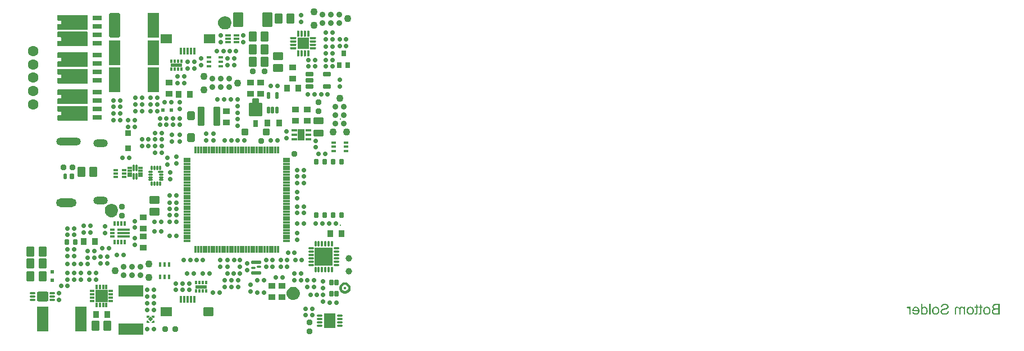
<source format=gbs>
G04*
G04 #@! TF.GenerationSoftware,Altium Limited,Altium Designer,20.0.13 (296)*
G04*
G04 Layer_Color=16711935*
%FSLAX42Y42*%
%MOMM*%
G71*
G01*
G75*
%ADD17R,1.90X1.90*%
G04:AMPARAMS|DCode=18|XSize=1.2mm|YSize=0.7mm|CornerRadius=0.11mm|HoleSize=0mm|Usage=FLASHONLY|Rotation=0.000|XOffset=0mm|YOffset=0mm|HoleType=Round|Shape=RoundedRectangle|*
%AMROUNDEDRECTD18*
21,1,1.20,0.48,0,0,0.0*
21,1,0.98,0.70,0,0,0.0*
1,1,0.22,0.49,-0.24*
1,1,0.22,-0.49,-0.24*
1,1,0.22,-0.49,0.24*
1,1,0.22,0.49,0.24*
%
%ADD18ROUNDEDRECTD18*%
%ADD20C,1.10*%
G04:AMPARAMS|DCode=24|XSize=0.6mm|YSize=0.65mm|CornerRadius=0.14mm|HoleSize=0mm|Usage=FLASHONLY|Rotation=270.000|XOffset=0mm|YOffset=0mm|HoleType=Round|Shape=RoundedRectangle|*
%AMROUNDEDRECTD24*
21,1,0.60,0.38,0,0,270.0*
21,1,0.33,0.65,0,0,270.0*
1,1,0.28,-0.19,-0.16*
1,1,0.28,-0.19,0.16*
1,1,0.28,0.19,0.16*
1,1,0.28,0.19,-0.16*
%
%ADD24ROUNDEDRECTD24*%
G04:AMPARAMS|DCode=25|XSize=0.6mm|YSize=0.65mm|CornerRadius=0.14mm|HoleSize=0mm|Usage=FLASHONLY|Rotation=0.000|XOffset=0mm|YOffset=0mm|HoleType=Round|Shape=RoundedRectangle|*
%AMROUNDEDRECTD25*
21,1,0.60,0.38,0,0,0.0*
21,1,0.33,0.65,0,0,0.0*
1,1,0.28,0.16,-0.19*
1,1,0.28,-0.16,-0.19*
1,1,0.28,-0.16,0.19*
1,1,0.28,0.16,0.19*
%
%ADD25ROUNDEDRECTD25*%
G04:AMPARAMS|DCode=26|XSize=1.25mm|YSize=1.55mm|CornerRadius=0.14mm|HoleSize=0mm|Usage=FLASHONLY|Rotation=270.000|XOffset=0mm|YOffset=0mm|HoleType=Round|Shape=RoundedRectangle|*
%AMROUNDEDRECTD26*
21,1,1.25,1.28,0,0,270.0*
21,1,0.98,1.55,0,0,270.0*
1,1,0.27,-0.64,-0.49*
1,1,0.27,-0.64,0.49*
1,1,0.27,0.64,0.49*
1,1,0.27,0.64,-0.49*
%
%ADD26ROUNDEDRECTD26*%
G04:AMPARAMS|DCode=31|XSize=0.9mm|YSize=0.9mm|CornerRadius=0.13mm|HoleSize=0mm|Usage=FLASHONLY|Rotation=270.000|XOffset=0mm|YOffset=0mm|HoleType=Round|Shape=RoundedRectangle|*
%AMROUNDEDRECTD31*
21,1,0.90,0.64,0,0,270.0*
21,1,0.64,0.90,0,0,270.0*
1,1,0.26,-0.32,-0.32*
1,1,0.26,-0.32,0.32*
1,1,0.26,0.32,0.32*
1,1,0.26,0.32,-0.32*
%
%ADD31ROUNDEDRECTD31*%
G04:AMPARAMS|DCode=44|XSize=1.25mm|YSize=1.55mm|CornerRadius=0.14mm|HoleSize=0mm|Usage=FLASHONLY|Rotation=180.000|XOffset=0mm|YOffset=0mm|HoleType=Round|Shape=RoundedRectangle|*
%AMROUNDEDRECTD44*
21,1,1.25,1.28,0,0,180.0*
21,1,0.98,1.55,0,0,180.0*
1,1,0.27,-0.49,0.64*
1,1,0.27,0.49,0.64*
1,1,0.27,0.49,-0.64*
1,1,0.27,-0.49,-0.64*
%
%ADD44ROUNDEDRECTD44*%
G04:AMPARAMS|DCode=46|XSize=0.9mm|YSize=1.09mm|CornerRadius=0.19mm|HoleSize=0mm|Usage=FLASHONLY|Rotation=180.000|XOffset=0mm|YOffset=0mm|HoleType=Round|Shape=RoundedRectangle|*
%AMROUNDEDRECTD46*
21,1,0.90,0.71,0,0,180.0*
21,1,0.52,1.09,0,0,180.0*
1,1,0.38,-0.26,0.36*
1,1,0.38,0.26,0.36*
1,1,0.38,0.26,-0.36*
1,1,0.38,-0.26,-0.36*
%
%ADD46ROUNDEDRECTD46*%
G04:AMPARAMS|DCode=51|XSize=0.4mm|YSize=0.76mm|CornerRadius=0.1mm|HoleSize=0mm|Usage=FLASHONLY|Rotation=180.000|XOffset=0mm|YOffset=0mm|HoleType=Round|Shape=RoundedRectangle|*
%AMROUNDEDRECTD51*
21,1,0.40,0.57,0,0,180.0*
21,1,0.21,0.76,0,0,180.0*
1,1,0.19,-0.11,0.28*
1,1,0.19,0.11,0.28*
1,1,0.19,0.11,-0.28*
1,1,0.19,-0.11,-0.28*
%
%ADD51ROUNDEDRECTD51*%
G04:AMPARAMS|DCode=57|XSize=0.9mm|YSize=1.09mm|CornerRadius=0.19mm|HoleSize=0mm|Usage=FLASHONLY|Rotation=90.000|XOffset=0mm|YOffset=0mm|HoleType=Round|Shape=RoundedRectangle|*
%AMROUNDEDRECTD57*
21,1,0.90,0.71,0,0,90.0*
21,1,0.52,1.09,0,0,90.0*
1,1,0.38,0.36,0.26*
1,1,0.38,0.36,-0.26*
1,1,0.38,-0.36,-0.26*
1,1,0.38,-0.36,0.26*
%
%ADD57ROUNDEDRECTD57*%
%ADD64C,0.95*%
G04:AMPARAMS|DCode=71|XSize=0.6mm|YSize=0.6mm|CornerRadius=0.1mm|HoleSize=0mm|Usage=FLASHONLY|Rotation=270.000|XOffset=0mm|YOffset=0mm|HoleType=Round|Shape=RoundedRectangle|*
%AMROUNDEDRECTD71*
21,1,0.60,0.40,0,0,270.0*
21,1,0.40,0.60,0,0,270.0*
1,1,0.20,-0.20,-0.20*
1,1,0.20,-0.20,0.20*
1,1,0.20,0.20,0.20*
1,1,0.20,0.20,-0.20*
%
%ADD71ROUNDEDRECTD71*%
G04:AMPARAMS|DCode=76|XSize=0.7mm|YSize=0.34mm|CornerRadius=0.09mm|HoleSize=0mm|Usage=FLASHONLY|Rotation=0.000|XOffset=0mm|YOffset=0mm|HoleType=Round|Shape=RoundedRectangle|*
%AMROUNDEDRECTD76*
21,1,0.70,0.17,0,0,0.0*
21,1,0.53,0.34,0,0,0.0*
1,1,0.17,0.26,-0.08*
1,1,0.17,-0.26,-0.08*
1,1,0.17,-0.26,0.08*
1,1,0.17,0.26,0.08*
%
%ADD76ROUNDEDRECTD76*%
G04:AMPARAMS|DCode=77|XSize=0.7mm|YSize=0.34mm|CornerRadius=0.09mm|HoleSize=0mm|Usage=FLASHONLY|Rotation=90.000|XOffset=0mm|YOffset=0mm|HoleType=Round|Shape=RoundedRectangle|*
%AMROUNDEDRECTD77*
21,1,0.70,0.17,0,0,90.0*
21,1,0.53,0.34,0,0,90.0*
1,1,0.17,0.08,0.26*
1,1,0.17,0.08,-0.26*
1,1,0.17,-0.08,-0.26*
1,1,0.17,-0.08,0.26*
%
%ADD77ROUNDEDRECTD77*%
G04:AMPARAMS|DCode=85|XSize=0.7mm|YSize=0.9mm|CornerRadius=0.11mm|HoleSize=0mm|Usage=FLASHONLY|Rotation=180.000|XOffset=0mm|YOffset=0mm|HoleType=Round|Shape=RoundedRectangle|*
%AMROUNDEDRECTD85*
21,1,0.70,0.68,0,0,180.0*
21,1,0.48,0.90,0,0,180.0*
1,1,0.22,-0.24,0.34*
1,1,0.22,0.24,0.34*
1,1,0.22,0.24,-0.34*
1,1,0.22,-0.24,-0.34*
%
%ADD85ROUNDEDRECTD85*%
G04:AMPARAMS|DCode=90|XSize=0.6mm|YSize=0.6mm|CornerRadius=0.1mm|HoleSize=0mm|Usage=FLASHONLY|Rotation=0.000|XOffset=0mm|YOffset=0mm|HoleType=Round|Shape=RoundedRectangle|*
%AMROUNDEDRECTD90*
21,1,0.60,0.40,0,0,0.0*
21,1,0.40,0.60,0,0,0.0*
1,1,0.20,0.20,-0.20*
1,1,0.20,-0.20,-0.20*
1,1,0.20,-0.20,0.20*
1,1,0.20,0.20,0.20*
%
%ADD90ROUNDEDRECTD90*%
%ADD95C,1.60*%
%ADD96O,2.20X1.20*%
%ADD97O,3.70X1.20*%
%ADD98O,3.10X1.30*%
%ADD99C,0.30*%
%ADD100C,1.00*%
%ADD101C,0.45*%
%ADD102C,1.09*%
%ADD193R,1.80X1.80*%
%ADD264R,1.75X2.20*%
%ADD265R,1.80X0.50*%
%ADD266P,0.72X4X180.0*%
%ADD267R,1.10X1.70*%
G04:AMPARAMS|DCode=268|XSize=1.89mm|YSize=0.32mm|CornerRadius=0.08mm|HoleSize=0mm|Usage=FLASHONLY|Rotation=180.000|XOffset=0mm|YOffset=0mm|HoleType=Round|Shape=RoundedRectangle|*
%AMROUNDEDRECTD268*
21,1,1.89,0.15,0,0,180.0*
21,1,1.72,0.32,0,0,180.0*
1,1,0.17,-0.86,0.08*
1,1,0.17,0.86,0.08*
1,1,0.17,0.86,-0.08*
1,1,0.17,-0.86,-0.08*
%
%ADD268ROUNDEDRECTD268*%
G04:AMPARAMS|DCode=269|XSize=1.89mm|YSize=0.34mm|CornerRadius=0.09mm|HoleSize=0mm|Usage=FLASHONLY|Rotation=180.000|XOffset=0mm|YOffset=0mm|HoleType=Round|Shape=RoundedRectangle|*
%AMROUNDEDRECTD269*
21,1,1.89,0.17,0,0,180.0*
21,1,1.72,0.34,0,0,180.0*
1,1,0.17,-0.86,0.08*
1,1,0.17,0.86,0.08*
1,1,0.17,0.86,-0.08*
1,1,0.17,-0.86,-0.08*
%
%ADD269ROUNDEDRECTD269*%
G04:AMPARAMS|DCode=270|XSize=0.5mm|YSize=0.58mm|CornerRadius=0.09mm|HoleSize=0mm|Usage=FLASHONLY|Rotation=0.000|XOffset=0mm|YOffset=0mm|HoleType=Round|Shape=RoundedRectangle|*
%AMROUNDEDRECTD270*
21,1,0.50,0.40,0,0,0.0*
21,1,0.32,0.58,0,0,0.0*
1,1,0.18,0.16,-0.20*
1,1,0.18,-0.16,-0.20*
1,1,0.18,-0.16,0.20*
1,1,0.18,0.16,0.20*
%
%ADD270ROUNDEDRECTD270*%
G04:AMPARAMS|DCode=271|XSize=0.9mm|YSize=0.35mm|CornerRadius=0.18mm|HoleSize=0mm|Usage=FLASHONLY|Rotation=180.000|XOffset=0mm|YOffset=0mm|HoleType=Round|Shape=RoundedRectangle|*
%AMROUNDEDRECTD271*
21,1,0.90,0.00,0,0,180.0*
21,1,0.55,0.35,0,0,180.0*
1,1,0.35,-0.28,0.00*
1,1,0.35,0.28,0.00*
1,1,0.35,0.28,0.00*
1,1,0.35,-0.28,0.00*
%
%ADD271ROUNDEDRECTD271*%
G04:AMPARAMS|DCode=272|XSize=0.48mm|YSize=0.4mm|CornerRadius=0.08mm|HoleSize=0mm|Usage=FLASHONLY|Rotation=90.000|XOffset=0mm|YOffset=0mm|HoleType=Round|Shape=RoundedRectangle|*
%AMROUNDEDRECTD272*
21,1,0.48,0.24,0,0,90.0*
21,1,0.32,0.40,0,0,90.0*
1,1,0.16,0.12,0.16*
1,1,0.16,0.12,-0.16*
1,1,0.16,-0.12,-0.16*
1,1,0.16,-0.12,0.16*
%
%ADD272ROUNDEDRECTD272*%
G04:AMPARAMS|DCode=273|XSize=0.5mm|YSize=0.5mm|CornerRadius=0.09mm|HoleSize=0mm|Usage=FLASHONLY|Rotation=90.000|XOffset=0mm|YOffset=0mm|HoleType=Round|Shape=RoundedRectangle|*
%AMROUNDEDRECTD273*
21,1,0.50,0.32,0,0,90.0*
21,1,0.32,0.50,0,0,90.0*
1,1,0.18,0.16,0.16*
1,1,0.18,0.16,-0.16*
1,1,0.18,-0.16,-0.16*
1,1,0.18,-0.16,0.16*
%
%ADD273ROUNDEDRECTD273*%
G04:AMPARAMS|DCode=274|XSize=0.83mm|YSize=0.62mm|CornerRadius=0.1mm|HoleSize=0mm|Usage=FLASHONLY|Rotation=90.000|XOffset=0mm|YOffset=0mm|HoleType=Round|Shape=RoundedRectangle|*
%AMROUNDEDRECTD274*
21,1,0.83,0.42,0,0,90.0*
21,1,0.62,0.62,0,0,90.0*
1,1,0.20,0.21,0.31*
1,1,0.20,0.21,-0.31*
1,1,0.20,-0.21,-0.31*
1,1,0.20,-0.21,0.31*
%
%ADD274ROUNDEDRECTD274*%
G04:AMPARAMS|DCode=275|XSize=2.78mm|YSize=2.78mm|CornerRadius=0.18mm|HoleSize=0mm|Usage=FLASHONLY|Rotation=90.000|XOffset=0mm|YOffset=0mm|HoleType=Round|Shape=RoundedRectangle|*
%AMROUNDEDRECTD275*
21,1,2.78,2.41,0,0,90.0*
21,1,2.41,2.78,0,0,90.0*
1,1,0.37,1.21,1.21*
1,1,0.37,1.21,-1.21*
1,1,0.37,-1.21,-1.21*
1,1,0.37,-1.21,1.21*
%
%ADD275ROUNDEDRECTD275*%
%ADD276O,0.90X0.35*%
%ADD277O,0.35X0.90*%
G04:AMPARAMS|DCode=278|XSize=0.9mm|YSize=0.6mm|CornerRadius=0.1mm|HoleSize=0mm|Usage=FLASHONLY|Rotation=90.000|XOffset=0mm|YOffset=0mm|HoleType=Round|Shape=RoundedRectangle|*
%AMROUNDEDRECTD278*
21,1,0.90,0.40,0,0,90.0*
21,1,0.70,0.60,0,0,90.0*
1,1,0.20,0.20,0.35*
1,1,0.20,0.20,-0.35*
1,1,0.20,-0.20,-0.35*
1,1,0.20,-0.20,0.35*
%
%ADD278ROUNDEDRECTD278*%
G04:AMPARAMS|DCode=279|XSize=0.4mm|YSize=0.76mm|CornerRadius=0.1mm|HoleSize=0mm|Usage=FLASHONLY|Rotation=90.000|XOffset=0mm|YOffset=0mm|HoleType=Round|Shape=RoundedRectangle|*
%AMROUNDEDRECTD279*
21,1,0.40,0.57,0,0,90.0*
21,1,0.21,0.76,0,0,90.0*
1,1,0.19,0.28,0.11*
1,1,0.19,0.28,-0.11*
1,1,0.19,-0.28,-0.11*
1,1,0.19,-0.28,0.11*
%
%ADD279ROUNDEDRECTD279*%
G04:AMPARAMS|DCode=280|XSize=0.4mm|YSize=0.6mm|CornerRadius=0.08mm|HoleSize=0mm|Usage=FLASHONLY|Rotation=90.000|XOffset=0mm|YOffset=0mm|HoleType=Round|Shape=RoundedRectangle|*
%AMROUNDEDRECTD280*
21,1,0.40,0.44,0,0,90.0*
21,1,0.24,0.60,0,0,90.0*
1,1,0.16,0.22,0.12*
1,1,0.16,0.22,-0.12*
1,1,0.16,-0.22,-0.12*
1,1,0.16,-0.22,0.12*
%
%ADD280ROUNDEDRECTD280*%
G04:AMPARAMS|DCode=281|XSize=0.5mm|YSize=1.5mm|CornerRadius=0.09mm|HoleSize=0mm|Usage=FLASHONLY|Rotation=90.000|XOffset=0mm|YOffset=0mm|HoleType=Round|Shape=RoundedRectangle|*
%AMROUNDEDRECTD281*
21,1,0.50,1.32,0,0,90.0*
21,1,0.32,1.50,0,0,90.0*
1,1,0.18,0.66,0.16*
1,1,0.18,0.66,-0.16*
1,1,0.18,-0.66,-0.16*
1,1,0.18,-0.66,0.16*
%
%ADD281ROUNDEDRECTD281*%
G04:AMPARAMS|DCode=282|XSize=0.35mm|YSize=0.8mm|CornerRadius=0.08mm|HoleSize=0mm|Usage=FLASHONLY|Rotation=270.000|XOffset=0mm|YOffset=0mm|HoleType=Round|Shape=RoundedRectangle|*
%AMROUNDEDRECTD282*
21,1,0.35,0.65,0,0,270.0*
21,1,0.20,0.80,0,0,270.0*
1,1,0.15,-0.33,-0.10*
1,1,0.15,-0.33,0.10*
1,1,0.15,0.33,0.10*
1,1,0.15,0.33,-0.10*
%
%ADD282ROUNDEDRECTD282*%
G04:AMPARAMS|DCode=283|XSize=1.45mm|YSize=1.75mm|CornerRadius=0.19mm|HoleSize=0mm|Usage=FLASHONLY|Rotation=90.000|XOffset=0mm|YOffset=0mm|HoleType=Round|Shape=RoundedRectangle|*
%AMROUNDEDRECTD283*
21,1,1.45,1.38,0,0,90.0*
21,1,1.08,1.75,0,0,90.0*
1,1,0.37,0.69,0.54*
1,1,0.37,0.69,-0.54*
1,1,0.37,-0.69,-0.54*
1,1,0.37,-0.69,0.54*
%
%ADD283ROUNDEDRECTD283*%
G04:AMPARAMS|DCode=284|XSize=1.75mm|YSize=3.78mm|CornerRadius=0.13mm|HoleSize=0mm|Usage=FLASHONLY|Rotation=0.000|XOffset=0mm|YOffset=0mm|HoleType=Round|Shape=RoundedRectangle|*
%AMROUNDEDRECTD284*
21,1,1.75,3.52,0,0,0.0*
21,1,1.49,3.78,0,0,0.0*
1,1,0.27,0.74,-1.76*
1,1,0.27,-0.74,-1.76*
1,1,0.27,-0.74,1.76*
1,1,0.27,0.74,1.76*
%
%ADD284ROUNDEDRECTD284*%
G04:AMPARAMS|DCode=285|XSize=0.4mm|YSize=0.7mm|CornerRadius=0.08mm|HoleSize=0mm|Usage=FLASHONLY|Rotation=270.000|XOffset=0mm|YOffset=0mm|HoleType=Round|Shape=RoundedRectangle|*
%AMROUNDEDRECTD285*
21,1,0.40,0.54,0,0,270.0*
21,1,0.24,0.70,0,0,270.0*
1,1,0.16,-0.27,-0.12*
1,1,0.16,-0.27,0.12*
1,1,0.16,0.27,0.12*
1,1,0.16,0.27,-0.12*
%
%ADD285ROUNDEDRECTD285*%
G04:AMPARAMS|DCode=286|XSize=0.4mm|YSize=0.7mm|CornerRadius=0.08mm|HoleSize=0mm|Usage=FLASHONLY|Rotation=0.000|XOffset=0mm|YOffset=0mm|HoleType=Round|Shape=RoundedRectangle|*
%AMROUNDEDRECTD286*
21,1,0.40,0.54,0,0,0.0*
21,1,0.24,0.70,0,0,0.0*
1,1,0.16,0.12,-0.27*
1,1,0.16,-0.12,-0.27*
1,1,0.16,-0.12,0.27*
1,1,0.16,0.12,0.27*
%
%ADD286ROUNDEDRECTD286*%
G04:AMPARAMS|DCode=287|XSize=0.65mm|YSize=0.9mm|CornerRadius=0.11mm|HoleSize=0mm|Usage=FLASHONLY|Rotation=0.000|XOffset=0mm|YOffset=0mm|HoleType=Round|Shape=RoundedRectangle|*
%AMROUNDEDRECTD287*
21,1,0.65,0.69,0,0,0.0*
21,1,0.44,0.90,0,0,0.0*
1,1,0.21,0.22,-0.35*
1,1,0.21,-0.22,-0.35*
1,1,0.21,-0.22,0.35*
1,1,0.21,0.22,0.35*
%
%ADD287ROUNDEDRECTD287*%
G04:AMPARAMS|DCode=288|XSize=1.75mm|YSize=3.78mm|CornerRadius=0.13mm|HoleSize=0mm|Usage=FLASHONLY|Rotation=270.000|XOffset=0mm|YOffset=0mm|HoleType=Round|Shape=RoundedRectangle|*
%AMROUNDEDRECTD288*
21,1,1.75,3.52,0,0,270.0*
21,1,1.49,3.78,0,0,270.0*
1,1,0.27,-1.76,-0.74*
1,1,0.27,-1.76,0.74*
1,1,0.27,1.76,0.74*
1,1,0.27,1.76,-0.74*
%
%ADD288ROUNDEDRECTD288*%
%ADD289C,0.89*%
G04:AMPARAMS|DCode=290|XSize=1.75mm|YSize=1.4mm|CornerRadius=0.18mm|HoleSize=0mm|Usage=FLASHONLY|Rotation=0.000|XOffset=0mm|YOffset=0mm|HoleType=Round|Shape=RoundedRectangle|*
%AMROUNDEDRECTD290*
21,1,1.75,1.04,0,0,0.0*
21,1,1.39,1.40,0,0,0.0*
1,1,0.36,0.69,-0.52*
1,1,0.36,-0.69,-0.52*
1,1,0.36,-0.69,0.52*
1,1,0.36,0.69,0.52*
%
%ADD290ROUNDEDRECTD290*%
G04:AMPARAMS|DCode=291|XSize=1.5mm|YSize=1.4mm|CornerRadius=0.18mm|HoleSize=0mm|Usage=FLASHONLY|Rotation=180.000|XOffset=0mm|YOffset=0mm|HoleType=Round|Shape=RoundedRectangle|*
%AMROUNDEDRECTD291*
21,1,1.50,1.04,0,0,180.0*
21,1,1.14,1.40,0,0,180.0*
1,1,0.36,-0.57,0.52*
1,1,0.36,0.57,0.52*
1,1,0.36,0.57,-0.52*
1,1,0.36,-0.57,-0.52*
%
%ADD291ROUNDEDRECTD291*%
G04:AMPARAMS|DCode=292|XSize=0.4mm|YSize=1.1mm|CornerRadius=0.08mm|HoleSize=0mm|Usage=FLASHONLY|Rotation=180.000|XOffset=0mm|YOffset=0mm|HoleType=Round|Shape=RoundedRectangle|*
%AMROUNDEDRECTD292*
21,1,0.40,0.94,0,0,180.0*
21,1,0.24,1.10,0,0,180.0*
1,1,0.16,-0.12,0.47*
1,1,0.16,0.12,0.47*
1,1,0.16,0.12,-0.47*
1,1,0.16,-0.12,-0.47*
%
%ADD292ROUNDEDRECTD292*%
G04:AMPARAMS|DCode=293|XSize=0.75mm|YSize=0.8mm|CornerRadius=0.12mm|HoleSize=0mm|Usage=FLASHONLY|Rotation=180.000|XOffset=0mm|YOffset=0mm|HoleType=Round|Shape=RoundedRectangle|*
%AMROUNDEDRECTD293*
21,1,0.75,0.57,0,0,180.0*
21,1,0.52,0.80,0,0,180.0*
1,1,0.23,-0.26,0.28*
1,1,0.23,0.26,0.28*
1,1,0.23,0.26,-0.28*
1,1,0.23,-0.26,-0.28*
%
%ADD293ROUNDEDRECTD293*%
G04:AMPARAMS|DCode=294|XSize=0.55mm|YSize=0.8mm|CornerRadius=0.1mm|HoleSize=0mm|Usage=FLASHONLY|Rotation=180.000|XOffset=0mm|YOffset=0mm|HoleType=Round|Shape=RoundedRectangle|*
%AMROUNDEDRECTD294*
21,1,0.55,0.61,0,0,180.0*
21,1,0.36,0.80,0,0,180.0*
1,1,0.19,-0.18,0.31*
1,1,0.19,0.18,0.31*
1,1,0.19,0.18,-0.31*
1,1,0.19,-0.18,-0.31*
%
%ADD294ROUNDEDRECTD294*%
G04:AMPARAMS|DCode=295|XSize=0.35mm|YSize=0.7mm|CornerRadius=0.08mm|HoleSize=0mm|Usage=FLASHONLY|Rotation=90.000|XOffset=0mm|YOffset=0mm|HoleType=Round|Shape=RoundedRectangle|*
%AMROUNDEDRECTD295*
21,1,0.35,0.55,0,0,90.0*
21,1,0.20,0.70,0,0,90.0*
1,1,0.15,0.28,0.10*
1,1,0.15,0.28,-0.10*
1,1,0.15,-0.28,-0.10*
1,1,0.15,-0.28,0.10*
%
%ADD295ROUNDEDRECTD295*%
G04:AMPARAMS|DCode=296|XSize=0.3mm|YSize=1mm|CornerRadius=0.07mm|HoleSize=0mm|Usage=FLASHONLY|Rotation=0.000|XOffset=0mm|YOffset=0mm|HoleType=Round|Shape=RoundedRectangle|*
%AMROUNDEDRECTD296*
21,1,0.30,0.86,0,0,0.0*
21,1,0.16,1.00,0,0,0.0*
1,1,0.14,0.08,-0.43*
1,1,0.14,-0.08,-0.43*
1,1,0.14,-0.08,0.43*
1,1,0.14,0.08,0.43*
%
%ADD296ROUNDEDRECTD296*%
G04:AMPARAMS|DCode=297|XSize=0.3mm|YSize=0.7mm|CornerRadius=0.07mm|HoleSize=0mm|Usage=FLASHONLY|Rotation=270.000|XOffset=0mm|YOffset=0mm|HoleType=Round|Shape=RoundedRectangle|*
%AMROUNDEDRECTD297*
21,1,0.30,0.56,0,0,270.0*
21,1,0.16,0.70,0,0,270.0*
1,1,0.14,-0.28,-0.08*
1,1,0.14,-0.28,0.08*
1,1,0.14,0.28,0.08*
1,1,0.14,0.28,-0.08*
%
%ADD297ROUNDEDRECTD297*%
G04:AMPARAMS|DCode=298|XSize=0.3mm|YSize=0.7mm|CornerRadius=0.1mm|HoleSize=0mm|Usage=FLASHONLY|Rotation=180.000|XOffset=0mm|YOffset=0mm|HoleType=Round|Shape=RoundedRectangle|*
%AMROUNDEDRECTD298*
21,1,0.30,0.50,0,0,180.0*
21,1,0.10,0.70,0,0,180.0*
1,1,0.20,-0.05,0.25*
1,1,0.20,0.05,0.25*
1,1,0.20,0.05,-0.25*
1,1,0.20,-0.05,-0.25*
%
%ADD298ROUNDEDRECTD298*%
G04:AMPARAMS|DCode=299|XSize=0.3mm|YSize=0.7mm|CornerRadius=0.1mm|HoleSize=0mm|Usage=FLASHONLY|Rotation=270.000|XOffset=0mm|YOffset=0mm|HoleType=Round|Shape=RoundedRectangle|*
%AMROUNDEDRECTD299*
21,1,0.30,0.50,0,0,270.0*
21,1,0.10,0.70,0,0,270.0*
1,1,0.20,-0.25,-0.05*
1,1,0.20,-0.25,0.05*
1,1,0.20,0.25,0.05*
1,1,0.20,0.25,-0.05*
%
%ADD299ROUNDEDRECTD299*%
G04:AMPARAMS|DCode=300|XSize=0.3mm|YSize=0.8mm|CornerRadius=0.1mm|HoleSize=0mm|Usage=FLASHONLY|Rotation=270.000|XOffset=0mm|YOffset=0mm|HoleType=Round|Shape=RoundedRectangle|*
%AMROUNDEDRECTD300*
21,1,0.30,0.60,0,0,270.0*
21,1,0.10,0.80,0,0,270.0*
1,1,0.20,-0.30,-0.05*
1,1,0.20,-0.30,0.05*
1,1,0.20,0.30,0.05*
1,1,0.20,0.30,-0.05*
%
%ADD300ROUNDEDRECTD300*%
G04:AMPARAMS|DCode=301|XSize=1.3mm|YSize=1.2mm|CornerRadius=0.16mm|HoleSize=0mm|Usage=FLASHONLY|Rotation=270.000|XOffset=0mm|YOffset=0mm|HoleType=Round|Shape=RoundedRectangle|*
%AMROUNDEDRECTD301*
21,1,1.30,0.88,0,0,270.0*
21,1,0.98,1.20,0,0,270.0*
1,1,0.32,-0.44,-0.49*
1,1,0.32,-0.44,0.49*
1,1,0.32,0.44,0.49*
1,1,0.32,0.44,-0.49*
%
%ADD301ROUNDEDRECTD301*%
G04:AMPARAMS|DCode=302|XSize=1.35mm|YSize=0.75mm|CornerRadius=0.12mm|HoleSize=0mm|Usage=FLASHONLY|Rotation=180.000|XOffset=0mm|YOffset=0mm|HoleType=Round|Shape=RoundedRectangle|*
%AMROUNDEDRECTD302*
21,1,1.35,0.52,0,0,180.0*
21,1,1.12,0.75,0,0,180.0*
1,1,0.23,-0.56,0.26*
1,1,0.23,0.56,0.26*
1,1,0.23,0.56,-0.26*
1,1,0.23,-0.56,-0.26*
%
%ADD302ROUNDEDRECTD302*%
G04:AMPARAMS|DCode=303|XSize=1.75mm|YSize=3.78mm|CornerRadius=0.22mm|HoleSize=0mm|Usage=FLASHONLY|Rotation=180.000|XOffset=0mm|YOffset=0mm|HoleType=Round|Shape=RoundedRectangle|*
%AMROUNDEDRECTD303*
21,1,1.75,3.35,0,0,180.0*
21,1,1.32,3.78,0,0,180.0*
1,1,0.43,-0.66,1.68*
1,1,0.43,0.66,1.68*
1,1,0.43,0.66,-1.68*
1,1,0.43,-0.66,-1.68*
%
%ADD303ROUNDEDRECTD303*%
G04:AMPARAMS|DCode=304|XSize=0.5mm|YSize=0.58mm|CornerRadius=0.09mm|HoleSize=0mm|Usage=FLASHONLY|Rotation=90.000|XOffset=0mm|YOffset=0mm|HoleType=Round|Shape=RoundedRectangle|*
%AMROUNDEDRECTD304*
21,1,0.50,0.40,0,0,90.0*
21,1,0.32,0.58,0,0,90.0*
1,1,0.18,0.20,0.16*
1,1,0.18,0.20,-0.16*
1,1,0.18,-0.20,-0.16*
1,1,0.18,-0.20,0.16*
%
%ADD304ROUNDEDRECTD304*%
G04:AMPARAMS|DCode=305|XSize=0.95mm|YSize=2.9mm|CornerRadius=0.14mm|HoleSize=0mm|Usage=FLASHONLY|Rotation=180.000|XOffset=0mm|YOffset=0mm|HoleType=Round|Shape=RoundedRectangle|*
%AMROUNDEDRECTD305*
21,1,0.95,2.63,0,0,180.0*
21,1,0.68,2.90,0,0,180.0*
1,1,0.27,-0.34,1.32*
1,1,0.27,0.34,1.32*
1,1,0.27,0.34,-1.32*
1,1,0.27,-0.34,-1.32*
%
%ADD305ROUNDEDRECTD305*%
G04:AMPARAMS|DCode=306|XSize=2.2mm|YSize=1.5mm|CornerRadius=0.19mm|HoleSize=0mm|Usage=FLASHONLY|Rotation=270.000|XOffset=0mm|YOffset=0mm|HoleType=Round|Shape=RoundedRectangle|*
%AMROUNDEDRECTD306*
21,1,2.20,1.12,0,0,270.0*
21,1,1.82,1.50,0,0,270.0*
1,1,0.38,-0.56,-0.91*
1,1,0.38,-0.56,0.91*
1,1,0.38,0.56,0.91*
1,1,0.38,0.56,-0.91*
%
%ADD306ROUNDEDRECTD306*%
G04:AMPARAMS|DCode=307|XSize=0.38mm|YSize=0.95mm|CornerRadius=0.19mm|HoleSize=0mm|Usage=FLASHONLY|Rotation=270.000|XOffset=0mm|YOffset=0mm|HoleType=Round|Shape=RoundedRectangle|*
%AMROUNDEDRECTD307*
21,1,0.38,0.57,0,0,270.0*
21,1,0.00,0.95,0,0,270.0*
1,1,0.38,-0.28,0.00*
1,1,0.38,-0.28,0.00*
1,1,0.38,0.28,0.00*
1,1,0.38,0.28,0.00*
%
%ADD307ROUNDEDRECTD307*%
G04:AMPARAMS|DCode=308|XSize=0.95mm|YSize=0.38mm|CornerRadius=0.19mm|HoleSize=0mm|Usage=FLASHONLY|Rotation=270.000|XOffset=0mm|YOffset=0mm|HoleType=Round|Shape=RoundedRectangle|*
%AMROUNDEDRECTD308*
21,1,0.95,0.00,0,0,270.0*
21,1,0.57,0.38,0,0,270.0*
1,1,0.38,0.00,-0.28*
1,1,0.38,0.00,0.28*
1,1,0.38,0.00,0.28*
1,1,0.38,0.00,-0.28*
%
%ADD308ROUNDEDRECTD308*%
G04:AMPARAMS|DCode=309|XSize=0.28mm|YSize=1.1mm|CornerRadius=0.07mm|HoleSize=0mm|Usage=FLASHONLY|Rotation=270.000|XOffset=0mm|YOffset=0mm|HoleType=Round|Shape=RoundedRectangle|*
%AMROUNDEDRECTD309*
21,1,0.28,0.96,0,0,270.0*
21,1,0.14,1.10,0,0,270.0*
1,1,0.14,-0.48,-0.07*
1,1,0.14,-0.48,0.07*
1,1,0.14,0.48,0.07*
1,1,0.14,0.48,-0.07*
%
%ADD309ROUNDEDRECTD309*%
G04:AMPARAMS|DCode=310|XSize=0.28mm|YSize=1.1mm|CornerRadius=0.07mm|HoleSize=0mm|Usage=FLASHONLY|Rotation=180.000|XOffset=0mm|YOffset=0mm|HoleType=Round|Shape=RoundedRectangle|*
%AMROUNDEDRECTD310*
21,1,0.28,0.96,0,0,180.0*
21,1,0.14,1.10,0,0,180.0*
1,1,0.14,-0.07,0.48*
1,1,0.14,0.07,0.48*
1,1,0.14,0.07,-0.48*
1,1,0.14,-0.07,-0.48*
%
%ADD310ROUNDEDRECTD310*%
G04:AMPARAMS|DCode=311|XSize=1mm|YSize=1.05mm|CornerRadius=0.14mm|HoleSize=0mm|Usage=FLASHONLY|Rotation=0.000|XOffset=0mm|YOffset=0mm|HoleType=Round|Shape=RoundedRectangle|*
%AMROUNDEDRECTD311*
21,1,1.00,0.77,0,0,0.0*
21,1,0.72,1.05,0,0,0.0*
1,1,0.28,0.36,-0.39*
1,1,0.28,-0.36,-0.39*
1,1,0.28,-0.36,0.39*
1,1,0.28,0.36,0.39*
%
%ADD311ROUNDEDRECTD311*%
G04:AMPARAMS|DCode=312|XSize=1mm|YSize=0.5mm|CornerRadius=0.09mm|HoleSize=0mm|Usage=FLASHONLY|Rotation=90.000|XOffset=0mm|YOffset=0mm|HoleType=Round|Shape=RoundedRectangle|*
%AMROUNDEDRECTD312*
21,1,1.00,0.32,0,0,90.0*
21,1,0.82,0.50,0,0,90.0*
1,1,0.18,0.16,0.41*
1,1,0.18,0.16,-0.41*
1,1,0.18,-0.16,-0.41*
1,1,0.18,-0.16,0.41*
%
%ADD312ROUNDEDRECTD312*%
G04:AMPARAMS|DCode=313|XSize=0.4mm|YSize=0.8mm|CornerRadius=0.08mm|HoleSize=0mm|Usage=FLASHONLY|Rotation=270.000|XOffset=0mm|YOffset=0mm|HoleType=Round|Shape=RoundedRectangle|*
%AMROUNDEDRECTD313*
21,1,0.40,0.64,0,0,270.0*
21,1,0.24,0.80,0,0,270.0*
1,1,0.16,-0.32,-0.12*
1,1,0.16,-0.32,0.12*
1,1,0.16,0.32,0.12*
1,1,0.16,0.32,-0.12*
%
%ADD313ROUNDEDRECTD313*%
G04:AMPARAMS|DCode=314|XSize=1.45mm|YSize=1.1mm|CornerRadius=0.15mm|HoleSize=0mm|Usage=FLASHONLY|Rotation=0.000|XOffset=0mm|YOffset=0mm|HoleType=Round|Shape=RoundedRectangle|*
%AMROUNDEDRECTD314*
21,1,1.45,0.80,0,0,0.0*
21,1,1.15,1.10,0,0,0.0*
1,1,0.30,0.58,-0.40*
1,1,0.30,-0.58,-0.40*
1,1,0.30,-0.58,0.40*
1,1,0.30,0.58,0.40*
%
%ADD314ROUNDEDRECTD314*%
G04:AMPARAMS|DCode=315|XSize=0.9mm|YSize=1.1mm|CornerRadius=0.19mm|HoleSize=0mm|Usage=FLASHONLY|Rotation=270.000|XOffset=0mm|YOffset=0mm|HoleType=Round|Shape=RoundedRectangle|*
%AMROUNDEDRECTD315*
21,1,0.90,0.72,0,0,270.0*
21,1,0.52,1.10,0,0,270.0*
1,1,0.38,-0.36,-0.26*
1,1,0.38,-0.36,0.26*
1,1,0.38,0.36,0.26*
1,1,0.38,0.36,-0.26*
%
%ADD315ROUNDEDRECTD315*%
G04:AMPARAMS|DCode=316|XSize=0.8mm|YSize=1.05mm|CornerRadius=0.12mm|HoleSize=0mm|Usage=FLASHONLY|Rotation=270.000|XOffset=0mm|YOffset=0mm|HoleType=Round|Shape=RoundedRectangle|*
%AMROUNDEDRECTD316*
21,1,0.80,0.81,0,0,270.0*
21,1,0.56,1.05,0,0,270.0*
1,1,0.24,-0.41,-0.28*
1,1,0.24,-0.41,0.28*
1,1,0.24,0.41,0.28*
1,1,0.24,0.41,-0.28*
%
%ADD316ROUNDEDRECTD316*%
G04:AMPARAMS|DCode=317|XSize=1.05mm|YSize=0.75mm|CornerRadius=0.12mm|HoleSize=0mm|Usage=FLASHONLY|Rotation=270.000|XOffset=0mm|YOffset=0mm|HoleType=Round|Shape=RoundedRectangle|*
%AMROUNDEDRECTD317*
21,1,1.05,0.52,0,0,270.0*
21,1,0.82,0.75,0,0,270.0*
1,1,0.23,-0.26,-0.41*
1,1,0.23,-0.26,0.41*
1,1,0.23,0.26,0.41*
1,1,0.23,0.26,-0.41*
%
%ADD317ROUNDEDRECTD317*%
G04:AMPARAMS|DCode=318|XSize=2.1mm|YSize=2.05mm|CornerRadius=0.25mm|HoleSize=0mm|Usage=FLASHONLY|Rotation=270.000|XOffset=0mm|YOffset=0mm|HoleType=Round|Shape=RoundedRectangle|*
%AMROUNDEDRECTD318*
21,1,2.10,1.56,0,0,270.0*
21,1,1.61,2.05,0,0,270.0*
1,1,0.49,-0.78,-0.81*
1,1,0.49,-0.78,0.81*
1,1,0.49,0.78,0.81*
1,1,0.49,0.78,-0.81*
%
%ADD318ROUNDEDRECTD318*%
G04:AMPARAMS|DCode=319|XSize=0.77mm|YSize=0.4mm|CornerRadius=0.08mm|HoleSize=0mm|Usage=FLASHONLY|Rotation=0.000|XOffset=0mm|YOffset=0mm|HoleType=Round|Shape=RoundedRectangle|*
%AMROUNDEDRECTD319*
21,1,0.77,0.24,0,0,0.0*
21,1,0.61,0.40,0,0,0.0*
1,1,0.16,0.31,-0.12*
1,1,0.16,-0.31,-0.12*
1,1,0.16,-0.31,0.12*
1,1,0.16,0.31,0.12*
%
%ADD319ROUNDEDRECTD319*%
G04:AMPARAMS|DCode=320|XSize=1.75mm|YSize=3.78mm|CornerRadius=0.38mm|HoleSize=0mm|Usage=FLASHONLY|Rotation=180.000|XOffset=0mm|YOffset=0mm|HoleType=Round|Shape=RoundedRectangle|*
%AMROUNDEDRECTD320*
21,1,1.75,3.02,0,0,180.0*
21,1,0.99,3.78,0,0,180.0*
1,1,0.76,-0.50,1.51*
1,1,0.76,0.50,1.51*
1,1,0.76,0.50,-1.51*
1,1,0.76,-0.50,-1.51*
%
%ADD320ROUNDEDRECTD320*%
G36*
X4956Y750D02*
Y750D01*
X4956D01*
X4956Y750D01*
D02*
G37*
G36*
X4903Y830D02*
X4923Y819D01*
X4939Y803D01*
X4950Y783D01*
X4956Y761D01*
Y750D01*
X4916Y750D01*
X4916Y759D01*
X4909Y776D01*
X4896Y789D01*
X4879Y797D01*
X4861Y797D01*
X4844Y789D01*
X4831Y776D01*
X4824Y759D01*
X4824Y750D01*
X4784Y750D01*
X4784Y761D01*
X4790Y783D01*
X4801Y803D01*
X4817Y819D01*
X4837Y830D01*
X4859Y836D01*
X4881Y836D01*
X4903Y830D01*
D02*
G37*
G36*
X4956Y739D02*
X4950Y717D01*
X4939Y697D01*
X4923Y681D01*
X4903Y670D01*
X4881Y664D01*
X4859Y664D01*
X4837Y670D01*
X4817Y681D01*
X4801Y697D01*
X4790Y717D01*
X4784Y739D01*
Y750D01*
X4784D01*
X4824Y750D01*
X4824Y741D01*
X4831Y724D01*
X4844Y711D01*
X4861Y703D01*
X4879Y703D01*
X4896Y711D01*
X4909Y724D01*
X4916Y741D01*
X4916Y750D01*
X4916Y750D01*
X4956Y750D01*
X4956Y739D01*
D02*
G37*
G36*
X4129Y762D02*
X4151Y749D01*
X4170Y731D01*
X4183Y708D01*
X4190Y682D01*
Y669D01*
Y656D01*
X4183Y631D01*
X4170Y608D01*
X4151Y589D01*
X4129Y576D01*
X4103Y569D01*
X4077D01*
X4051Y576D01*
X4029Y589D01*
X4010Y608D01*
X3997Y631D01*
X3990Y656D01*
Y669D01*
Y682D01*
X3997Y708D01*
X4010Y731D01*
X4029Y749D01*
X4051Y762D01*
X4077Y769D01*
X4103D01*
X4129Y762D01*
D02*
G37*
G36*
X2002Y298D02*
X1974Y298D01*
X1956Y316D01*
X1956Y333D01*
X2002Y333D01*
Y298D01*
D02*
G37*
G36*
X1924Y333D02*
X1924Y316D01*
X1906Y298D01*
X1877Y298D01*
Y333D01*
X1924Y333D01*
D02*
G37*
G36*
X2002Y262D02*
Y227D01*
X1956Y227D01*
X1956Y244D01*
X1974Y262D01*
X2002Y262D01*
D02*
G37*
G36*
X1924Y244D02*
X1924Y227D01*
X1877Y227D01*
Y262D01*
X1906Y262D01*
X1924Y244D01*
D02*
G37*
G36*
X1450Y1919D02*
Y1932D01*
X1443Y1958D01*
X1430Y1981D01*
X1411Y1999D01*
X1389Y2012D01*
X1363Y2019D01*
X1337D01*
X1311Y2012D01*
X1289Y1999D01*
X1270Y1981D01*
X1257Y1958D01*
X1250Y1932D01*
Y1919D01*
Y1906D01*
X1257Y1881D01*
X1270Y1858D01*
X1289Y1839D01*
X1311Y1826D01*
X1337Y1819D01*
X1363D01*
X1389Y1826D01*
X1411Y1839D01*
X1430Y1858D01*
X1443Y1881D01*
X1450Y1906D01*
Y1919D01*
D01*
D02*
G37*
G36*
X985Y3275D02*
X547Y3275D01*
X545D01*
X540Y3277D01*
X537Y3280D01*
X535Y3285D01*
X535Y3287D01*
X535Y3287D01*
X535Y3345D01*
X535Y3347D01*
X537Y3352D01*
X540Y3356D01*
X545Y3357D01*
X547Y3357D01*
X547Y3357D01*
X587Y3357D01*
X588Y3358D01*
X590Y3358D01*
X592Y3360D01*
X592Y3362D01*
X592Y3362D01*
X592Y3362D01*
X592Y3405D01*
X592Y3406D01*
X592Y3408D01*
X590Y3409D01*
X588Y3410D01*
X588Y3410D01*
X588Y3410D01*
X548Y3410D01*
X545Y3410D01*
X540Y3412D01*
X537Y3415D01*
X535Y3420D01*
X535Y3423D01*
X535Y3423D01*
X535Y3482D01*
X535Y3485D01*
X537Y3490D01*
X540Y3493D01*
X545Y3495D01*
X548Y3495D01*
Y3495D01*
X985Y3495D01*
X987Y3495D01*
X991Y3493D01*
X993Y3491D01*
X995Y3487D01*
X995Y3485D01*
X995Y3485D01*
X995Y3285D01*
X995Y3283D01*
X993Y3279D01*
X991Y3277D01*
X987Y3275D01*
X985Y3275D01*
X985Y3275D01*
D02*
G37*
G36*
Y3745D02*
X547Y3745D01*
X545D01*
X540Y3743D01*
X537Y3740D01*
X535Y3735D01*
X535Y3733D01*
X535Y3733D01*
X535Y3675D01*
X535Y3673D01*
X537Y3668D01*
X540Y3664D01*
X545Y3663D01*
X547Y3663D01*
X547Y3663D01*
X587Y3663D01*
X588Y3662D01*
X590Y3662D01*
X592Y3660D01*
X592Y3658D01*
X592Y3658D01*
X592Y3658D01*
X592Y3615D01*
X592Y3614D01*
X592Y3612D01*
X590Y3611D01*
X588Y3610D01*
X588Y3610D01*
X588D01*
X548Y3610D01*
X545Y3610D01*
X540Y3608D01*
X537Y3605D01*
X535Y3600D01*
X535Y3597D01*
X535Y3597D01*
X535Y3538D01*
X535Y3535D01*
X537Y3530D01*
X540Y3527D01*
X545Y3525D01*
X548Y3525D01*
D01*
X985Y3525D01*
X987Y3525D01*
X991Y3527D01*
X993Y3529D01*
X995Y3533D01*
X995Y3535D01*
X995Y3535D01*
X995Y3735D01*
X995Y3737D01*
X993Y3741D01*
X991Y3743D01*
X987Y3745D01*
X985Y3745D01*
X985Y3745D01*
D02*
G37*
G36*
Y3835D02*
X547Y3835D01*
X545D01*
X540Y3837D01*
X537Y3840D01*
X535Y3845D01*
X535Y3847D01*
X535Y3847D01*
X535Y3905D01*
X535Y3907D01*
X537Y3912D01*
X540Y3916D01*
X545Y3917D01*
X547Y3917D01*
X547Y3917D01*
X587Y3917D01*
X588Y3918D01*
X590Y3918D01*
X592Y3920D01*
X592Y3922D01*
X592Y3922D01*
X592Y3922D01*
X592Y3965D01*
X592Y3966D01*
X592Y3968D01*
X590Y3969D01*
X588Y3970D01*
X588Y3970D01*
X588Y3970D01*
X548Y3970D01*
X545Y3970D01*
X540Y3972D01*
X537Y3975D01*
X535Y3980D01*
X535Y3983D01*
X535Y3983D01*
X535Y4042D01*
X535Y4045D01*
X537Y4050D01*
X540Y4053D01*
X545Y4055D01*
X548Y4055D01*
Y4055D01*
X985Y4055D01*
X987Y4055D01*
X991Y4053D01*
X993Y4051D01*
X995Y4047D01*
X995Y4045D01*
X995Y4045D01*
X995Y3845D01*
X995Y3843D01*
X993Y3839D01*
X991Y3837D01*
X987Y3835D01*
X985Y3835D01*
X985Y3835D01*
D02*
G37*
G36*
Y4865D02*
X985Y4865D01*
X987Y4865D01*
X991Y4863D01*
X993Y4861D01*
X995Y4857D01*
X995Y4855D01*
X995Y4655D01*
X995Y4655D01*
X995Y4653D01*
X993Y4649D01*
X991Y4647D01*
X987Y4645D01*
X985Y4645D01*
X548Y4645D01*
X545Y4645D01*
X540Y4647D01*
X537Y4650D01*
X535Y4655D01*
X535Y4658D01*
X535Y4717D01*
X535Y4717D01*
X535Y4720D01*
X537Y4725D01*
X540Y4728D01*
X545Y4730D01*
X548Y4730D01*
X588Y4730D01*
X588D01*
X588Y4730D01*
X590Y4731D01*
X592Y4732D01*
X592Y4734D01*
X592Y4735D01*
X592Y4778D01*
X592Y4778D01*
X592Y4778D01*
X592Y4780D01*
X590Y4782D01*
X588Y4782D01*
X587Y4783D01*
X547Y4783D01*
X547Y4783D01*
X545Y4783D01*
X540Y4784D01*
X537Y4788D01*
X535Y4793D01*
X535Y4795D01*
X535Y4853D01*
X535Y4853D01*
X535Y4855D01*
X537Y4860D01*
X540Y4863D01*
X545Y4865D01*
X547D01*
X985Y4865D01*
D02*
G37*
G36*
X3099Y4842D02*
X3121Y4829D01*
X3140Y4811D01*
X3153Y4788D01*
X3160Y4762D01*
Y4749D01*
Y4736D01*
X3153Y4711D01*
X3140Y4688D01*
X3121Y4669D01*
X3099Y4656D01*
X3073Y4649D01*
X3047D01*
X3021Y4656D01*
X2999Y4669D01*
X2980Y4688D01*
X2967Y4711D01*
X2960Y4736D01*
Y4749D01*
Y4762D01*
X2967Y4788D01*
X2980Y4811D01*
X2999Y4829D01*
X3021Y4842D01*
X3047Y4849D01*
X3073D01*
X3099Y4842D01*
D02*
G37*
G36*
X548Y4615D02*
Y4615D01*
X985Y4615D01*
X987Y4615D01*
X991Y4613D01*
X993Y4611D01*
X995Y4607D01*
X995Y4605D01*
X995Y4605D01*
X995Y4405D01*
X995Y4403D01*
X993Y4399D01*
X991Y4397D01*
X987Y4395D01*
X985Y4395D01*
X985Y4395D01*
X547Y4395D01*
X545D01*
X540Y4397D01*
X537Y4400D01*
X535Y4405D01*
X535Y4407D01*
X535Y4407D01*
X535Y4465D01*
X535Y4467D01*
X537Y4472D01*
X540Y4476D01*
X545Y4477D01*
X547Y4477D01*
X547Y4477D01*
X587Y4477D01*
X588Y4478D01*
X590Y4478D01*
X592Y4480D01*
X592Y4482D01*
X592Y4482D01*
X592Y4482D01*
X592Y4525D01*
X592Y4526D01*
X592Y4528D01*
X590Y4529D01*
X588Y4530D01*
X588Y4530D01*
X588Y4530D01*
X548Y4530D01*
X545Y4530D01*
X540Y4532D01*
X537Y4535D01*
X535Y4540D01*
X535Y4543D01*
X535Y4542D01*
X535Y4602D01*
X535Y4605D01*
X537Y4610D01*
X540Y4613D01*
X545Y4615D01*
X548Y4615D01*
D02*
G37*
G36*
X985Y4305D02*
X985Y4305D01*
X987Y4305D01*
X991Y4303D01*
X993Y4301D01*
X995Y4297D01*
X995Y4295D01*
X995Y4095D01*
X995Y4095D01*
X995Y4093D01*
X993Y4089D01*
X991Y4087D01*
X987Y4085D01*
X985Y4085D01*
X548Y4085D01*
X545Y4085D01*
X540Y4087D01*
X537Y4090D01*
X535Y4095D01*
X535Y4098D01*
X535Y4157D01*
X535Y4157D01*
X535Y4160D01*
X537Y4165D01*
X540Y4168D01*
X545Y4170D01*
X548Y4170D01*
X588Y4170D01*
X588D01*
X588Y4170D01*
X590Y4171D01*
X592Y4172D01*
X592Y4174D01*
X592Y4175D01*
X592Y4218D01*
X592Y4218D01*
X592Y4218D01*
X592Y4220D01*
X590Y4222D01*
X588Y4222D01*
X587Y4223D01*
X547Y4223D01*
X547Y4223D01*
X545Y4223D01*
X540Y4224D01*
X537Y4228D01*
X535Y4233D01*
X535Y4235D01*
X535Y4293D01*
X535Y4293D01*
X535Y4295D01*
X537Y4300D01*
X540Y4303D01*
X545Y4305D01*
X547D01*
X985Y4305D01*
D02*
G37*
G36*
X14171Y468D02*
X14174Y468D01*
X14178Y467D01*
X14181Y466D01*
X14183Y465D01*
X14185Y464D01*
X14187Y464D01*
X14187Y463D01*
X14190Y461D01*
X14193Y459D01*
X14196Y457D01*
X14198Y454D01*
X14199Y453D01*
X14201Y451D01*
X14201Y450D01*
X14202Y449D01*
Y466D01*
X14219D01*
Y350D01*
X14199D01*
Y410D01*
X14199Y416D01*
X14199Y421D01*
X14199Y425D01*
X14198Y428D01*
X14197Y431D01*
X14197Y433D01*
X14196Y434D01*
X14196Y434D01*
X14195Y437D01*
X14193Y440D01*
X14192Y442D01*
X14190Y444D01*
X14188Y445D01*
X14187Y446D01*
X14186Y447D01*
X14186Y447D01*
X14183Y449D01*
X14181Y450D01*
X14178Y450D01*
X14176Y451D01*
X14174Y451D01*
X14172Y452D01*
X14171D01*
X14167Y451D01*
X14164Y451D01*
X14161Y449D01*
X14159Y448D01*
X14157Y447D01*
X14156Y446D01*
X14155Y445D01*
X14155Y445D01*
X14153Y442D01*
X14152Y439D01*
X14151Y436D01*
X14151Y433D01*
X14150Y430D01*
X14150Y427D01*
Y426D01*
Y426D01*
Y425D01*
Y425D01*
Y350D01*
X14131D01*
Y417D01*
X14130Y424D01*
X14129Y429D01*
X14128Y433D01*
X14126Y437D01*
X14125Y440D01*
X14124Y442D01*
X14123Y443D01*
X14122Y443D01*
X14119Y446D01*
X14116Y448D01*
X14112Y449D01*
X14109Y451D01*
X14106Y451D01*
X14104Y451D01*
X14103Y452D01*
X14102D01*
X14099Y451D01*
X14097Y451D01*
X14095Y451D01*
X14093Y450D01*
X14092Y449D01*
X14091Y449D01*
X14090Y449D01*
X14090Y448D01*
X14088Y447D01*
X14087Y446D01*
X14086Y444D01*
X14085Y443D01*
X14084Y442D01*
X14084Y441D01*
X14083Y440D01*
Y440D01*
X14082Y438D01*
X14082Y435D01*
X14082Y432D01*
X14081Y429D01*
X14081Y427D01*
Y425D01*
Y423D01*
Y423D01*
Y423D01*
Y350D01*
X14062D01*
Y430D01*
Y433D01*
X14062Y437D01*
X14062Y440D01*
X14063Y443D01*
X14064Y445D01*
X14065Y448D01*
X14065Y450D01*
X14066Y452D01*
X14067Y453D01*
X14068Y455D01*
X14069Y457D01*
X14070Y459D01*
X14071Y459D01*
X14075Y462D01*
X14079Y465D01*
X14083Y466D01*
X14087Y468D01*
X14091Y468D01*
X14093Y468D01*
X14095D01*
X14096Y469D01*
X14097D01*
X14102Y468D01*
X14105Y468D01*
X14109Y467D01*
X14112Y465D01*
X14116Y464D01*
X14119Y462D01*
X14121Y460D01*
X14124Y459D01*
X14126Y456D01*
X14128Y455D01*
X14130Y453D01*
X14131Y451D01*
X14132Y450D01*
X14133Y449D01*
X14133Y448D01*
X14134Y448D01*
X14135Y452D01*
X14137Y455D01*
X14139Y457D01*
X14141Y459D01*
X14143Y461D01*
X14144Y462D01*
X14145Y463D01*
X14145Y463D01*
X14149Y465D01*
X14152Y466D01*
X14155Y467D01*
X14159Y468D01*
X14162Y468D01*
X14164Y469D01*
X14166D01*
X14171Y468D01*
D02*
G37*
G36*
X14465Y495D02*
Y466D01*
X14479D01*
Y451D01*
X14465D01*
Y384D01*
Y381D01*
Y378D01*
X14464Y375D01*
X14464Y373D01*
Y371D01*
X14464Y369D01*
X14463Y366D01*
X14463Y363D01*
X14463Y362D01*
X14462Y361D01*
Y361D01*
X14461Y359D01*
X14460Y357D01*
X14459Y355D01*
X14457Y354D01*
X14456Y353D01*
X14455Y352D01*
X14454Y352D01*
X14454Y352D01*
X14452Y350D01*
X14449Y350D01*
X14446Y349D01*
X14444Y349D01*
X14441Y349D01*
X14439Y348D01*
X14438D01*
X14432Y349D01*
X14430Y349D01*
X14428Y349D01*
X14426Y350D01*
X14424Y350D01*
X14423Y350D01*
X14423D01*
X14425Y367D01*
X14427Y367D01*
X14429Y367D01*
X14430D01*
X14432Y367D01*
X14434D01*
X14437Y367D01*
X14439Y367D01*
X14440Y368D01*
X14441Y368D01*
X14442Y369D01*
X14443Y370D01*
X14444Y371D01*
X14444Y372D01*
X14444Y373D01*
X14445Y375D01*
X14445Y378D01*
X14445Y380D01*
Y381D01*
Y382D01*
Y383D01*
Y451D01*
X14425D01*
Y466D01*
X14445D01*
Y507D01*
X14465Y495D01*
D02*
G37*
G36*
X14402D02*
Y466D01*
X14417D01*
Y451D01*
X14402D01*
Y384D01*
Y381D01*
Y378D01*
X14402Y375D01*
X14402Y373D01*
Y371D01*
X14402Y369D01*
X14401Y366D01*
X14401Y363D01*
X14401Y362D01*
X14400Y361D01*
Y361D01*
X14399Y359D01*
X14398Y357D01*
X14396Y355D01*
X14395Y354D01*
X14394Y353D01*
X14393Y352D01*
X14392Y352D01*
X14392Y352D01*
X14389Y350D01*
X14387Y350D01*
X14384Y349D01*
X14381Y349D01*
X14379Y349D01*
X14377Y348D01*
X14375D01*
X14370Y349D01*
X14368Y349D01*
X14365Y349D01*
X14363Y350D01*
X14362Y350D01*
X14361Y350D01*
X14360D01*
X14363Y367D01*
X14365Y367D01*
X14367Y367D01*
X14368D01*
X14369Y367D01*
X14372D01*
X14375Y367D01*
X14377Y367D01*
X14378Y368D01*
X14378Y368D01*
X14380Y369D01*
X14381Y370D01*
X14382Y371D01*
X14382Y372D01*
X14382Y373D01*
X14382Y375D01*
X14382Y378D01*
X14383Y380D01*
Y381D01*
Y382D01*
Y383D01*
Y451D01*
X14363D01*
Y466D01*
X14383D01*
Y507D01*
X14402Y495D01*
D02*
G37*
G36*
X13479Y468D02*
X13483Y468D01*
X13487Y467D01*
X13491Y466D01*
X13494Y465D01*
X13498Y464D01*
X13501Y462D01*
X13503Y461D01*
X13506Y459D01*
X13508Y458D01*
X13510Y456D01*
X13511Y455D01*
X13512Y454D01*
X13513Y453D01*
X13514Y453D01*
X13514Y453D01*
X13516Y449D01*
X13519Y446D01*
X13521Y442D01*
X13523Y439D01*
X13524Y435D01*
X13525Y431D01*
X13527Y424D01*
X13528Y420D01*
X13528Y417D01*
X13528Y414D01*
X13529Y412D01*
X13529Y410D01*
Y408D01*
Y407D01*
Y407D01*
X13529Y402D01*
X13528Y397D01*
X13527Y392D01*
X13527Y388D01*
X13525Y384D01*
X13524Y381D01*
X13523Y377D01*
X13521Y374D01*
X13520Y372D01*
X13519Y369D01*
X13518Y368D01*
X13516Y366D01*
X13515Y365D01*
X13515Y364D01*
X13514Y363D01*
X13514Y363D01*
X13511Y360D01*
X13508Y358D01*
X13505Y356D01*
X13501Y354D01*
X13498Y353D01*
X13495Y351D01*
X13488Y349D01*
X13485Y349D01*
X13482Y348D01*
X13480Y348D01*
X13478Y348D01*
X13476Y347D01*
X13474D01*
X13466Y348D01*
X13460Y349D01*
X13454Y350D01*
X13452Y351D01*
X13450Y352D01*
X13447Y353D01*
X13446Y354D01*
X13444Y355D01*
X13443Y356D01*
X13442Y356D01*
X13441Y357D01*
X13441Y357D01*
X13440D01*
X13436Y361D01*
X13432Y366D01*
X13429Y370D01*
X13427Y375D01*
X13425Y379D01*
X13424Y381D01*
X13423Y382D01*
X13423Y383D01*
X13423Y384D01*
X13422Y385D01*
Y385D01*
X13443Y387D01*
X13445Y383D01*
X13447Y379D01*
X13449Y376D01*
X13451Y374D01*
X13452Y372D01*
X13454Y370D01*
X13455Y369D01*
X13455Y369D01*
X13458Y367D01*
X13461Y366D01*
X13464Y365D01*
X13467Y364D01*
X13470Y364D01*
X13472Y364D01*
X13474D01*
X13476Y364D01*
X13479Y364D01*
X13484Y365D01*
X13488Y367D01*
X13491Y369D01*
X13494Y370D01*
X13496Y372D01*
X13498Y373D01*
X13498Y374D01*
X13498D01*
X13501Y378D01*
X13504Y382D01*
X13506Y387D01*
X13507Y392D01*
X13508Y396D01*
X13508Y398D01*
X13509Y400D01*
Y401D01*
X13509Y402D01*
Y403D01*
Y403D01*
X13422D01*
X13422Y405D01*
Y407D01*
Y408D01*
Y408D01*
X13422Y413D01*
X13422Y418D01*
X13423Y423D01*
X13424Y427D01*
X13425Y431D01*
X13426Y435D01*
X13428Y438D01*
X13429Y441D01*
X13431Y444D01*
X13432Y446D01*
X13433Y448D01*
X13434Y450D01*
X13435Y451D01*
X13436Y452D01*
X13436Y453D01*
X13437Y453D01*
X13439Y456D01*
X13442Y458D01*
X13446Y460D01*
X13449Y462D01*
X13452Y464D01*
X13455Y465D01*
X13458Y466D01*
X13461Y467D01*
X13464Y467D01*
X13467Y468D01*
X13469Y468D01*
X13471Y468D01*
X13472Y469D01*
X13475D01*
X13479Y468D01*
D02*
G37*
G36*
X14740Y350D02*
X14679D01*
X14673Y350D01*
X14668Y350D01*
X14664Y351D01*
X14660Y351D01*
X14657Y352D01*
X14655Y352D01*
X14654Y353D01*
X14653D01*
X14649Y354D01*
X14646Y355D01*
X14643Y356D01*
X14641Y358D01*
X14638Y359D01*
X14637Y359D01*
X14636Y360D01*
X14636Y360D01*
X14633Y362D01*
X14631Y365D01*
X14629Y368D01*
X14627Y370D01*
X14626Y372D01*
X14625Y374D01*
X14624Y375D01*
X14624Y375D01*
X14622Y379D01*
X14621Y383D01*
X14620Y386D01*
X14620Y390D01*
X14619Y392D01*
X14619Y395D01*
Y396D01*
Y396D01*
Y397D01*
X14619Y402D01*
X14620Y406D01*
X14622Y410D01*
X14623Y414D01*
X14624Y417D01*
X14626Y419D01*
X14627Y420D01*
X14627Y421D01*
X14630Y424D01*
X14634Y427D01*
X14637Y430D01*
X14641Y432D01*
X14644Y434D01*
X14647Y434D01*
X14648Y435D01*
X14649Y435D01*
X14649Y435D01*
X14649D01*
X14645Y438D01*
X14642Y440D01*
X14639Y443D01*
X14637Y445D01*
X14635Y447D01*
X14634Y449D01*
X14633Y449D01*
X14633Y450D01*
X14631Y453D01*
X14629Y457D01*
X14628Y460D01*
X14628Y463D01*
X14627Y465D01*
X14627Y468D01*
Y469D01*
Y469D01*
X14627Y473D01*
X14628Y477D01*
X14629Y481D01*
X14630Y484D01*
X14631Y487D01*
X14632Y488D01*
X14633Y490D01*
X14633Y490D01*
X14636Y494D01*
X14639Y497D01*
X14642Y499D01*
X14644Y502D01*
X14647Y503D01*
X14649Y504D01*
X14650Y505D01*
X14650Y505D01*
X14651D01*
X14655Y507D01*
X14660Y508D01*
X14665Y509D01*
X14669Y509D01*
X14674Y510D01*
X14675D01*
X14677Y510D01*
X14740D01*
Y350D01*
D02*
G37*
G36*
X13697D02*
X13677D01*
Y510D01*
X13697D01*
Y350D01*
D02*
G37*
G36*
X13358Y468D02*
X13360Y468D01*
X13362Y467D01*
X13364Y467D01*
X13366Y466D01*
X13367Y465D01*
X13368Y465D01*
X13368Y465D01*
X13370Y463D01*
X13372Y460D01*
X13374Y458D01*
X13376Y455D01*
X13378Y453D01*
X13379Y450D01*
X13380Y449D01*
X13380Y449D01*
Y466D01*
X13398D01*
Y350D01*
X13378D01*
Y411D01*
X13378Y415D01*
X13378Y419D01*
X13377Y423D01*
X13377Y427D01*
X13376Y430D01*
X13375Y432D01*
X13375Y433D01*
X13375Y434D01*
X13374Y436D01*
X13373Y438D01*
X13372Y440D01*
X13371Y442D01*
X13369Y443D01*
X13369Y444D01*
X13368Y444D01*
X13368Y444D01*
X13366Y446D01*
X13364Y447D01*
X13362Y447D01*
X13360Y448D01*
X13359Y448D01*
X13357Y448D01*
X13356D01*
X13354Y448D01*
X13351Y448D01*
X13349Y447D01*
X13347Y446D01*
X13345Y446D01*
X13343Y445D01*
X13342Y444D01*
X13342Y444D01*
X13335Y462D01*
X13339Y464D01*
X13343Y466D01*
X13346Y467D01*
X13349Y468D01*
X13351Y468D01*
X13353Y469D01*
X13355D01*
X13358Y468D01*
D02*
G37*
G36*
X14549D02*
X14553Y468D01*
X14560Y467D01*
X14566Y465D01*
X14569Y463D01*
X14572Y462D01*
X14574Y461D01*
X14576Y460D01*
X14578Y459D01*
X14579Y458D01*
X14580Y457D01*
X14581Y456D01*
X14582Y456D01*
X14582Y456D01*
X14585Y453D01*
X14588Y449D01*
X14590Y446D01*
X14592Y442D01*
X14594Y438D01*
X14595Y434D01*
X14597Y430D01*
X14597Y426D01*
X14598Y422D01*
X14599Y419D01*
X14599Y416D01*
X14600Y413D01*
Y411D01*
X14600Y409D01*
Y409D01*
Y408D01*
X14600Y403D01*
X14599Y398D01*
X14598Y393D01*
X14597Y389D01*
X14596Y385D01*
X14595Y381D01*
X14594Y378D01*
X14592Y375D01*
X14591Y372D01*
X14590Y369D01*
X14588Y368D01*
X14587Y366D01*
X14586Y365D01*
X14586Y364D01*
X14585Y363D01*
X14585Y363D01*
X14582Y360D01*
X14579Y358D01*
X14576Y356D01*
X14572Y354D01*
X14569Y353D01*
X14566Y351D01*
X14560Y349D01*
X14557Y349D01*
X14554Y348D01*
X14552Y348D01*
X14550Y348D01*
X14548Y347D01*
X14545D01*
X14540Y348D01*
X14535Y349D01*
X14530Y350D01*
X14526Y351D01*
X14522Y352D01*
X14521Y353D01*
X14520Y353D01*
X14519Y354D01*
X14518Y354D01*
X14518Y354D01*
X14518D01*
X14513Y357D01*
X14509Y361D01*
X14506Y364D01*
X14503Y367D01*
X14501Y370D01*
X14499Y372D01*
X14499Y373D01*
X14498Y374D01*
X14498Y374D01*
Y374D01*
X14496Y380D01*
X14494Y385D01*
X14493Y391D01*
X14492Y397D01*
X14491Y400D01*
Y402D01*
X14491Y404D01*
X14491Y406D01*
Y408D01*
Y409D01*
Y409D01*
Y410D01*
X14491Y415D01*
X14492Y419D01*
X14492Y424D01*
X14493Y428D01*
X14494Y432D01*
X14496Y435D01*
X14497Y439D01*
X14499Y442D01*
X14500Y444D01*
X14501Y446D01*
X14503Y449D01*
X14504Y450D01*
X14505Y451D01*
X14506Y452D01*
X14506Y453D01*
X14506Y453D01*
X14509Y456D01*
X14512Y458D01*
X14516Y460D01*
X14519Y462D01*
X14522Y464D01*
X14525Y465D01*
X14532Y467D01*
X14535Y467D01*
X14537Y468D01*
X14539Y468D01*
X14541Y468D01*
X14543Y469D01*
X14545D01*
X14549Y468D01*
D02*
G37*
G36*
X14300D02*
X14304Y468D01*
X14311Y467D01*
X14317Y465D01*
X14320Y463D01*
X14323Y462D01*
X14325Y461D01*
X14327Y460D01*
X14329Y459D01*
X14330Y458D01*
X14331Y457D01*
X14332Y456D01*
X14333Y456D01*
X14333Y456D01*
X14336Y453D01*
X14339Y449D01*
X14341Y446D01*
X14343Y442D01*
X14345Y438D01*
X14346Y434D01*
X14348Y430D01*
X14348Y426D01*
X14349Y422D01*
X14350Y419D01*
X14350Y416D01*
X14351Y413D01*
Y411D01*
X14351Y409D01*
Y409D01*
Y408D01*
X14351Y403D01*
X14350Y398D01*
X14349Y393D01*
X14348Y389D01*
X14347Y385D01*
X14346Y381D01*
X14345Y378D01*
X14343Y375D01*
X14342Y372D01*
X14341Y369D01*
X14339Y368D01*
X14338Y366D01*
X14337Y365D01*
X14337Y364D01*
X14336Y363D01*
X14336Y363D01*
X14333Y360D01*
X14330Y358D01*
X14327Y356D01*
X14323Y354D01*
X14320Y353D01*
X14317Y351D01*
X14311Y349D01*
X14308Y349D01*
X14305Y348D01*
X14303Y348D01*
X14301Y348D01*
X14299Y347D01*
X14296D01*
X14291Y348D01*
X14286Y349D01*
X14281Y350D01*
X14277Y351D01*
X14274Y352D01*
X14272Y353D01*
X14271Y353D01*
X14270Y354D01*
X14269Y354D01*
X14269Y354D01*
X14269D01*
X14264Y357D01*
X14260Y361D01*
X14257Y364D01*
X14254Y367D01*
X14252Y370D01*
X14250Y372D01*
X14250Y373D01*
X14249Y374D01*
X14249Y374D01*
Y374D01*
X14247Y380D01*
X14245Y385D01*
X14244Y391D01*
X14243Y397D01*
X14243Y400D01*
Y402D01*
X14242Y404D01*
X14242Y406D01*
Y408D01*
Y409D01*
Y409D01*
Y410D01*
X14242Y415D01*
X14243Y419D01*
X14243Y424D01*
X14244Y428D01*
X14246Y432D01*
X14247Y435D01*
X14248Y439D01*
X14250Y442D01*
X14251Y444D01*
X14252Y446D01*
X14254Y449D01*
X14255Y450D01*
X14256Y451D01*
X14257Y452D01*
X14257Y453D01*
X14257Y453D01*
X14260Y456D01*
X14263Y458D01*
X14267Y460D01*
X14270Y462D01*
X14273Y464D01*
X14276Y465D01*
X14283Y467D01*
X14286Y467D01*
X14288Y468D01*
X14290Y468D01*
X14292Y468D01*
X14294Y469D01*
X14296D01*
X14300Y468D01*
D02*
G37*
G36*
X13778D02*
X13782Y468D01*
X13789Y467D01*
X13795Y465D01*
X13798Y463D01*
X13800Y462D01*
X13803Y461D01*
X13804Y460D01*
X13806Y459D01*
X13808Y458D01*
X13809Y457D01*
X13810Y456D01*
X13810Y456D01*
X13810Y456D01*
X13814Y453D01*
X13816Y449D01*
X13819Y446D01*
X13821Y442D01*
X13823Y438D01*
X13824Y434D01*
X13825Y430D01*
X13826Y426D01*
X13827Y422D01*
X13827Y419D01*
X13828Y416D01*
X13828Y413D01*
Y411D01*
X13828Y409D01*
Y409D01*
Y408D01*
X13828Y403D01*
X13828Y398D01*
X13827Y393D01*
X13826Y389D01*
X13825Y385D01*
X13824Y381D01*
X13822Y378D01*
X13821Y375D01*
X13820Y372D01*
X13818Y369D01*
X13817Y368D01*
X13816Y366D01*
X13815Y365D01*
X13814Y364D01*
X13814Y363D01*
X13813Y363D01*
X13810Y360D01*
X13807Y358D01*
X13804Y356D01*
X13801Y354D01*
X13798Y353D01*
X13794Y351D01*
X13788Y349D01*
X13785Y349D01*
X13782Y348D01*
X13780Y348D01*
X13778Y348D01*
X13776Y347D01*
X13774D01*
X13768Y348D01*
X13763Y349D01*
X13758Y350D01*
X13754Y351D01*
X13751Y352D01*
X13750Y353D01*
X13748Y353D01*
X13747Y354D01*
X13747Y354D01*
X13746Y354D01*
X13746D01*
X13742Y357D01*
X13738Y361D01*
X13734Y364D01*
X13731Y367D01*
X13729Y370D01*
X13728Y372D01*
X13727Y373D01*
X13727Y374D01*
X13726Y374D01*
Y374D01*
X13724Y380D01*
X13723Y385D01*
X13721Y391D01*
X13720Y397D01*
X13720Y400D01*
Y402D01*
X13720Y404D01*
X13720Y406D01*
Y408D01*
Y409D01*
Y409D01*
Y410D01*
X13720Y415D01*
X13720Y419D01*
X13721Y424D01*
X13722Y428D01*
X13723Y432D01*
X13724Y435D01*
X13726Y439D01*
X13727Y442D01*
X13729Y444D01*
X13730Y446D01*
X13731Y449D01*
X13733Y450D01*
X13733Y451D01*
X13734Y452D01*
X13735Y453D01*
X13735Y453D01*
X13738Y456D01*
X13741Y458D01*
X13744Y460D01*
X13747Y462D01*
X13751Y464D01*
X13754Y465D01*
X13760Y467D01*
X13763Y467D01*
X13766Y468D01*
X13768Y468D01*
X13770Y468D01*
X13772Y469D01*
X13774D01*
X13778Y468D01*
D02*
G37*
G36*
X13573Y453D02*
X13575Y455D01*
X13577Y457D01*
X13580Y459D01*
X13582Y461D01*
X13584Y462D01*
X13585Y463D01*
X13586Y464D01*
X13587Y464D01*
X13590Y466D01*
X13593Y467D01*
X13596Y468D01*
X13599Y468D01*
X13602Y468D01*
X13603Y469D01*
X13605D01*
X13610Y468D01*
X13615Y468D01*
X13620Y466D01*
X13623Y465D01*
X13627Y463D01*
X13629Y462D01*
X13630Y462D01*
X13630Y461D01*
X13631Y461D01*
X13631D01*
X13635Y458D01*
X13639Y454D01*
X13642Y451D01*
X13644Y447D01*
X13646Y444D01*
X13647Y442D01*
X13648Y441D01*
X13648Y440D01*
X13648Y440D01*
Y439D01*
X13650Y434D01*
X13652Y428D01*
X13653Y423D01*
X13653Y418D01*
X13654Y414D01*
Y412D01*
X13654Y411D01*
Y409D01*
Y409D01*
Y408D01*
Y408D01*
X13654Y401D01*
X13653Y395D01*
X13652Y390D01*
X13651Y385D01*
X13650Y383D01*
X13650Y382D01*
X13649Y380D01*
X13649Y379D01*
X13648Y378D01*
X13648Y377D01*
X13648Y377D01*
Y376D01*
X13645Y372D01*
X13642Y367D01*
X13639Y364D01*
X13636Y361D01*
X13634Y358D01*
X13632Y356D01*
X13630Y356D01*
X13630Y355D01*
X13630D01*
X13625Y353D01*
X13621Y351D01*
X13617Y349D01*
X13613Y348D01*
X13609Y348D01*
X13607Y348D01*
X13606Y347D01*
X13604D01*
X13600Y348D01*
X13597Y348D01*
X13593Y349D01*
X13590Y350D01*
X13587Y351D01*
X13584Y353D01*
X13582Y354D01*
X13580Y356D01*
X13578Y358D01*
X13576Y359D01*
X13575Y361D01*
X13574Y362D01*
X13573Y363D01*
X13572Y364D01*
X13572Y364D01*
X13572Y365D01*
Y350D01*
X13553D01*
Y510D01*
X13573D01*
Y453D01*
D02*
G37*
G36*
X13919Y513D02*
X13924Y512D01*
X13929Y511D01*
X13933Y510D01*
X13937Y509D01*
X13938Y509D01*
X13940Y508D01*
X13941Y508D01*
X13941Y508D01*
X13942Y507D01*
X13942D01*
X13947Y505D01*
X13951Y502D01*
X13954Y500D01*
X13957Y497D01*
X13959Y495D01*
X13961Y493D01*
X13962Y492D01*
X13962Y491D01*
Y491D01*
X13964Y487D01*
X13966Y483D01*
X13967Y479D01*
X13968Y476D01*
X13968Y473D01*
X13969Y471D01*
Y470D01*
Y469D01*
Y469D01*
Y468D01*
X13969Y465D01*
X13968Y461D01*
X13967Y457D01*
X13966Y454D01*
X13965Y452D01*
X13964Y450D01*
X13963Y449D01*
X13963Y449D01*
X13961Y445D01*
X13958Y442D01*
X13955Y440D01*
X13953Y438D01*
X13950Y436D01*
X13948Y435D01*
X13947Y434D01*
X13947Y434D01*
X13946D01*
X13944Y433D01*
X13942Y432D01*
X13938Y430D01*
X13932Y428D01*
X13927Y427D01*
X13923Y425D01*
X13921Y425D01*
X13919Y425D01*
X13917Y424D01*
X13916Y424D01*
X13916Y424D01*
X13915D01*
X13911Y423D01*
X13908Y422D01*
X13904Y421D01*
X13902Y420D01*
X13899Y419D01*
X13897Y419D01*
X13894Y418D01*
X13893Y418D01*
X13891Y417D01*
X13890Y417D01*
X13888Y416D01*
X13887Y416D01*
X13887Y416D01*
X13883Y414D01*
X13880Y413D01*
X13878Y411D01*
X13876Y410D01*
X13874Y408D01*
X13873Y407D01*
X13873Y407D01*
X13873Y406D01*
X13871Y404D01*
X13870Y402D01*
X13869Y400D01*
X13868Y398D01*
X13868Y396D01*
X13868Y395D01*
Y394D01*
Y393D01*
X13868Y390D01*
X13869Y388D01*
X13869Y386D01*
X13870Y384D01*
X13871Y382D01*
X13872Y381D01*
X13872Y380D01*
X13873Y380D01*
X13874Y377D01*
X13877Y375D01*
X13879Y374D01*
X13881Y372D01*
X13883Y371D01*
X13885Y370D01*
X13886Y370D01*
X13886Y370D01*
X13890Y369D01*
X13894Y368D01*
X13897Y367D01*
X13901Y367D01*
X13903Y366D01*
X13906Y366D01*
X13908D01*
X13913Y366D01*
X13917Y367D01*
X13922Y368D01*
X13925Y369D01*
X13928Y369D01*
X13931Y370D01*
X13931Y370D01*
X13932Y371D01*
X13932Y371D01*
X13932D01*
X13936Y373D01*
X13940Y375D01*
X13942Y377D01*
X13944Y379D01*
X13946Y381D01*
X13947Y382D01*
X13948Y383D01*
X13948Y383D01*
X13950Y386D01*
X13952Y390D01*
X13953Y393D01*
X13953Y396D01*
X13954Y399D01*
X13955Y401D01*
Y402D01*
X13955Y403D01*
Y403D01*
Y403D01*
X13975Y401D01*
X13974Y396D01*
X13973Y390D01*
X13972Y385D01*
X13970Y381D01*
X13969Y377D01*
X13968Y376D01*
X13968Y375D01*
X13967Y374D01*
X13967Y373D01*
X13966Y373D01*
Y372D01*
X13963Y368D01*
X13959Y364D01*
X13955Y361D01*
X13951Y358D01*
X13948Y356D01*
X13945Y355D01*
X13944Y354D01*
X13944Y354D01*
X13943Y353D01*
X13943D01*
X13937Y351D01*
X13931Y350D01*
X13925Y349D01*
X13919Y348D01*
X13917Y348D01*
X13914Y347D01*
X13912D01*
X13910Y347D01*
X13907D01*
X13901Y347D01*
X13895Y348D01*
X13889Y349D01*
X13885Y350D01*
X13881Y351D01*
X13880Y352D01*
X13878Y353D01*
X13877Y353D01*
X13877Y353D01*
X13876Y353D01*
X13876D01*
X13871Y356D01*
X13867Y359D01*
X13863Y362D01*
X13860Y365D01*
X13858Y367D01*
X13856Y369D01*
X13855Y370D01*
X13855Y371D01*
Y371D01*
X13852Y375D01*
X13851Y379D01*
X13849Y383D01*
X13848Y387D01*
X13848Y390D01*
X13848Y393D01*
Y394D01*
Y394D01*
Y395D01*
Y395D01*
X13848Y400D01*
X13848Y404D01*
X13850Y408D01*
X13851Y411D01*
X13852Y414D01*
X13853Y416D01*
X13854Y417D01*
X13854Y418D01*
X13857Y421D01*
X13860Y424D01*
X13864Y427D01*
X13867Y430D01*
X13870Y431D01*
X13873Y433D01*
X13874Y433D01*
X13874Y434D01*
X13875Y434D01*
X13875D01*
X13877Y435D01*
X13879Y436D01*
X13882Y437D01*
X13885Y437D01*
X13890Y439D01*
X13896Y441D01*
X13899Y441D01*
X13902Y442D01*
X13904Y443D01*
X13906Y443D01*
X13908Y444D01*
X13909Y444D01*
X13910Y444D01*
X13910D01*
X13915Y445D01*
X13919Y446D01*
X13923Y447D01*
X13926Y448D01*
X13929Y449D01*
X13932Y450D01*
X13934Y451D01*
X13936Y452D01*
X13938Y453D01*
X13939Y454D01*
X13940Y454D01*
X13941Y455D01*
X13942Y456D01*
X13942Y456D01*
X13944Y458D01*
X13946Y460D01*
X13947Y463D01*
X13948Y465D01*
X13948Y467D01*
X13948Y468D01*
Y469D01*
Y470D01*
X13948Y474D01*
X13947Y477D01*
X13946Y480D01*
X13944Y482D01*
X13943Y484D01*
X13941Y486D01*
X13940Y487D01*
X13940Y487D01*
X13938Y488D01*
X13936Y489D01*
X13932Y491D01*
X13927Y492D01*
X13922Y493D01*
X13918Y493D01*
X13916Y494D01*
X13915Y494D01*
X13912D01*
X13905Y494D01*
X13900Y493D01*
X13895Y491D01*
X13891Y490D01*
X13888Y489D01*
X13886Y487D01*
X13885Y486D01*
X13884Y486D01*
X13881Y483D01*
X13878Y479D01*
X13876Y476D01*
X13875Y472D01*
X13874Y468D01*
X13873Y466D01*
X13873Y465D01*
X13873Y464D01*
Y464D01*
Y463D01*
X13852Y465D01*
X13853Y470D01*
X13854Y475D01*
X13855Y479D01*
X13857Y483D01*
X13858Y486D01*
X13859Y488D01*
X13860Y489D01*
X13860Y490D01*
X13860Y490D01*
Y490D01*
X13863Y494D01*
X13867Y497D01*
X13870Y500D01*
X13874Y503D01*
X13877Y505D01*
X13879Y506D01*
X13880Y506D01*
X13881Y507D01*
X13881Y507D01*
X13881D01*
X13886Y509D01*
X13892Y510D01*
X13897Y512D01*
X13902Y512D01*
X13906Y513D01*
X13908D01*
X13910Y513D01*
X13913D01*
X13919Y513D01*
D02*
G37*
%LPC*%
G36*
X13476Y453D02*
X13475D01*
X13472Y452D01*
X13469Y452D01*
X13464Y451D01*
X13460Y449D01*
X13457Y447D01*
X13454Y445D01*
X13452Y443D01*
X13451Y441D01*
X13450Y441D01*
Y441D01*
X13448Y438D01*
X13446Y434D01*
X13445Y431D01*
X13444Y427D01*
X13443Y424D01*
X13443Y422D01*
Y421D01*
X13443Y420D01*
Y419D01*
Y419D01*
X13508D01*
X13507Y425D01*
X13506Y429D01*
X13504Y434D01*
X13502Y437D01*
X13500Y440D01*
X13499Y442D01*
X13498Y443D01*
X13497Y443D01*
X13494Y446D01*
X13490Y449D01*
X13486Y450D01*
X13482Y451D01*
X13479Y452D01*
X13477Y452D01*
X13476Y453D01*
D02*
G37*
G36*
X14719Y491D02*
X14681D01*
X14676Y491D01*
X14672Y490D01*
X14668Y490D01*
X14666Y490D01*
X14664Y489D01*
X14663Y489D01*
X14663D01*
X14660Y488D01*
X14658Y487D01*
X14656Y485D01*
X14654Y484D01*
X14653Y483D01*
X14652Y481D01*
X14652Y481D01*
X14652Y481D01*
X14650Y478D01*
X14649Y476D01*
X14649Y474D01*
X14648Y471D01*
X14648Y469D01*
X14648Y468D01*
Y467D01*
Y467D01*
X14648Y464D01*
X14648Y461D01*
X14649Y459D01*
X14650Y457D01*
X14650Y455D01*
X14651Y454D01*
X14652Y453D01*
X14652Y453D01*
X14653Y451D01*
X14656Y449D01*
X14658Y448D01*
X14659Y447D01*
X14661Y446D01*
X14663Y445D01*
X14664Y445D01*
X14664Y445D01*
X14667Y444D01*
X14670Y444D01*
X14673Y443D01*
X14676Y443D01*
X14679Y443D01*
X14719D01*
Y491D01*
D02*
G37*
G36*
Y424D02*
X14677D01*
X14672Y424D01*
X14668Y423D01*
X14665Y423D01*
X14662Y422D01*
X14660Y422D01*
X14659Y422D01*
X14659Y421D01*
X14656Y420D01*
X14653Y419D01*
X14651Y417D01*
X14649Y415D01*
X14647Y414D01*
X14647Y413D01*
X14646Y412D01*
X14646Y412D01*
X14644Y409D01*
X14643Y407D01*
X14642Y404D01*
X14641Y402D01*
X14641Y400D01*
X14641Y398D01*
Y397D01*
Y397D01*
X14641Y394D01*
X14641Y391D01*
X14642Y389D01*
X14642Y387D01*
X14643Y385D01*
X14644Y384D01*
X14644Y383D01*
X14644Y383D01*
X14645Y381D01*
X14647Y379D01*
X14648Y378D01*
X14649Y376D01*
X14650Y375D01*
X14651Y375D01*
X14652Y374D01*
X14652Y374D01*
X14656Y372D01*
X14660Y371D01*
X14662Y370D01*
X14663Y370D01*
X14664Y370D01*
X14664D01*
X14666Y369D01*
X14668Y369D01*
X14673Y369D01*
X14719D01*
Y424D01*
D02*
G37*
G36*
X14547Y453D02*
X14545D01*
X14543Y452D01*
X14540Y452D01*
X14535Y451D01*
X14531Y449D01*
X14528Y447D01*
X14525Y445D01*
X14523Y443D01*
X14522Y442D01*
X14521Y442D01*
Y441D01*
X14519Y439D01*
X14518Y437D01*
X14515Y432D01*
X14513Y426D01*
X14512Y421D01*
X14512Y416D01*
X14511Y414D01*
Y412D01*
X14511Y411D01*
Y410D01*
Y409D01*
Y409D01*
Y405D01*
X14512Y401D01*
X14512Y397D01*
X14513Y394D01*
X14513Y391D01*
X14514Y388D01*
X14515Y385D01*
X14516Y383D01*
X14517Y381D01*
X14518Y379D01*
X14519Y378D01*
X14519Y377D01*
X14520Y376D01*
X14521Y375D01*
X14521Y375D01*
X14521Y375D01*
X14523Y373D01*
X14525Y371D01*
X14529Y368D01*
X14533Y366D01*
X14537Y365D01*
X14540Y364D01*
X14543Y364D01*
X14544Y364D01*
X14545D01*
X14548Y364D01*
X14551Y364D01*
X14556Y365D01*
X14560Y367D01*
X14563Y369D01*
X14566Y371D01*
X14568Y373D01*
X14569Y374D01*
X14570Y375D01*
X14570D01*
X14572Y377D01*
X14573Y379D01*
X14575Y384D01*
X14577Y390D01*
X14578Y396D01*
X14579Y400D01*
X14579Y403D01*
Y404D01*
X14580Y406D01*
Y407D01*
Y408D01*
Y408D01*
X14579Y412D01*
X14579Y416D01*
X14579Y419D01*
X14578Y423D01*
X14577Y426D01*
X14577Y428D01*
X14576Y431D01*
X14575Y433D01*
X14574Y435D01*
X14573Y437D01*
X14572Y438D01*
X14572Y439D01*
X14571Y440D01*
X14570Y441D01*
X14570Y441D01*
Y441D01*
X14568Y443D01*
X14566Y445D01*
X14562Y448D01*
X14558Y450D01*
X14554Y451D01*
X14550Y452D01*
X14548Y452D01*
X14547Y453D01*
D02*
G37*
G36*
X14298D02*
X14296D01*
X14294Y452D01*
X14291Y452D01*
X14286Y451D01*
X14282Y449D01*
X14279Y447D01*
X14276Y445D01*
X14274Y443D01*
X14273Y442D01*
X14272Y442D01*
Y441D01*
X14270Y439D01*
X14269Y437D01*
X14266Y432D01*
X14264Y426D01*
X14263Y421D01*
X14263Y416D01*
X14262Y414D01*
Y412D01*
X14262Y411D01*
Y410D01*
Y409D01*
Y409D01*
Y405D01*
X14263Y401D01*
X14263Y397D01*
X14264Y394D01*
X14264Y391D01*
X14265Y388D01*
X14266Y385D01*
X14267Y383D01*
X14268Y381D01*
X14269Y379D01*
X14270Y378D01*
X14271Y377D01*
X14271Y376D01*
X14272Y375D01*
X14272Y375D01*
X14272Y375D01*
X14274Y373D01*
X14276Y371D01*
X14280Y368D01*
X14284Y366D01*
X14288Y365D01*
X14291Y364D01*
X14294Y364D01*
X14295Y364D01*
X14296D01*
X14299Y364D01*
X14302Y364D01*
X14307Y365D01*
X14311Y367D01*
X14314Y369D01*
X14317Y371D01*
X14319Y373D01*
X14320Y374D01*
X14321Y375D01*
X14321D01*
X14323Y377D01*
X14324Y379D01*
X14326Y384D01*
X14328Y390D01*
X14330Y396D01*
X14330Y400D01*
X14330Y403D01*
Y404D01*
X14331Y406D01*
Y407D01*
Y408D01*
Y408D01*
X14330Y412D01*
X14330Y416D01*
X14330Y419D01*
X14329Y423D01*
X14328Y426D01*
X14328Y428D01*
X14327Y431D01*
X14326Y433D01*
X14325Y435D01*
X14324Y437D01*
X14323Y438D01*
X14323Y439D01*
X14322Y440D01*
X14321Y441D01*
X14321Y441D01*
Y441D01*
X14319Y443D01*
X14317Y445D01*
X14313Y448D01*
X14309Y450D01*
X14305Y451D01*
X14302Y452D01*
X14299Y452D01*
X14298Y453D01*
D02*
G37*
G36*
X13775D02*
X13774D01*
X13771Y452D01*
X13769Y452D01*
X13764Y451D01*
X13760Y449D01*
X13756Y447D01*
X13754Y445D01*
X13751Y443D01*
X13750Y442D01*
X13750Y442D01*
Y441D01*
X13748Y439D01*
X13746Y437D01*
X13744Y432D01*
X13742Y426D01*
X13741Y421D01*
X13740Y416D01*
X13740Y414D01*
Y412D01*
X13740Y411D01*
Y410D01*
Y409D01*
Y409D01*
Y405D01*
X13740Y401D01*
X13741Y397D01*
X13741Y394D01*
X13742Y391D01*
X13743Y388D01*
X13744Y385D01*
X13745Y383D01*
X13745Y381D01*
X13746Y379D01*
X13747Y378D01*
X13748Y377D01*
X13749Y376D01*
X13749Y375D01*
X13749Y375D01*
X13750Y375D01*
X13751Y373D01*
X13754Y371D01*
X13758Y368D01*
X13762Y366D01*
X13765Y365D01*
X13769Y364D01*
X13771Y364D01*
X13773Y364D01*
X13774D01*
X13777Y364D01*
X13779Y364D01*
X13784Y365D01*
X13788Y367D01*
X13792Y369D01*
X13795Y371D01*
X13797Y373D01*
X13798Y374D01*
X13798Y375D01*
X13798D01*
X13800Y377D01*
X13802Y379D01*
X13804Y384D01*
X13806Y390D01*
X13807Y396D01*
X13808Y400D01*
X13808Y403D01*
Y404D01*
X13808Y406D01*
Y407D01*
Y408D01*
Y408D01*
X13808Y412D01*
X13808Y416D01*
X13807Y419D01*
X13807Y423D01*
X13806Y426D01*
X13805Y428D01*
X13804Y431D01*
X13803Y433D01*
X13802Y435D01*
X13801Y437D01*
X13801Y438D01*
X13800Y439D01*
X13799Y440D01*
X13799Y441D01*
X13798Y441D01*
Y441D01*
X13797Y443D01*
X13795Y445D01*
X13791Y448D01*
X13786Y450D01*
X13782Y451D01*
X13779Y452D01*
X13776Y452D01*
X13775Y453D01*
D02*
G37*
G36*
X13604D02*
X13603D01*
X13601Y452D01*
X13598Y452D01*
X13594Y451D01*
X13590Y449D01*
X13587Y447D01*
X13584Y445D01*
X13582Y443D01*
X13581Y442D01*
X13580Y441D01*
Y441D01*
X13579Y439D01*
X13577Y437D01*
X13575Y431D01*
X13574Y425D01*
X13572Y420D01*
X13572Y417D01*
X13572Y414D01*
X13571Y412D01*
Y410D01*
X13571Y409D01*
Y407D01*
Y406D01*
Y406D01*
Y402D01*
X13572Y399D01*
X13572Y395D01*
X13573Y392D01*
X13573Y389D01*
X13574Y387D01*
X13575Y384D01*
X13576Y382D01*
X13577Y380D01*
X13577Y378D01*
X13578Y377D01*
X13579Y376D01*
X13580Y375D01*
X13580Y375D01*
X13580Y374D01*
Y374D01*
X13582Y372D01*
X13584Y371D01*
X13588Y368D01*
X13591Y366D01*
X13595Y365D01*
X13598Y364D01*
X13600Y364D01*
X13601Y364D01*
X13602D01*
X13605Y364D01*
X13607Y364D01*
X13611Y365D01*
X13615Y367D01*
X13618Y369D01*
X13621Y371D01*
X13623Y373D01*
X13624Y374D01*
X13624Y375D01*
X13625D01*
X13626Y377D01*
X13628Y379D01*
X13630Y384D01*
X13632Y390D01*
X13633Y395D01*
X13633Y400D01*
X13634Y402D01*
Y404D01*
X13634Y406D01*
Y407D01*
Y408D01*
Y408D01*
Y412D01*
X13633Y416D01*
X13633Y420D01*
X13633Y423D01*
X13632Y426D01*
X13631Y429D01*
X13630Y431D01*
X13630Y434D01*
X13629Y435D01*
X13628Y437D01*
X13627Y438D01*
X13627Y440D01*
X13626Y440D01*
X13626Y441D01*
X13625Y441D01*
Y442D01*
X13624Y443D01*
X13622Y445D01*
X13618Y448D01*
X13614Y450D01*
X13611Y451D01*
X13608Y452D01*
X13605Y452D01*
X13604Y453D01*
D02*
G37*
%LPD*%
D17*
X1200Y630D02*
D03*
D18*
X4600Y3785D02*
D03*
X4340D02*
D03*
Y3880D02*
D03*
Y3975D02*
D03*
X4600D02*
D03*
D20*
X1350Y1920D02*
D03*
X3060Y4750D02*
D03*
X4090Y670D02*
D03*
D24*
X790Y1230D02*
D03*
Y1330D02*
D03*
X690Y1230D02*
D03*
Y1330D02*
D03*
X3450Y800D02*
D03*
Y700D02*
D03*
X4150Y1480D02*
D03*
Y1580D02*
D03*
Y2100D02*
D03*
Y2200D02*
D03*
X3400Y1120D02*
D03*
Y1020D02*
D03*
X4540Y550D02*
D03*
Y650D02*
D03*
X560Y670D02*
D03*
Y570D02*
D03*
X1120Y980D02*
D03*
Y880D02*
D03*
X1020D02*
D03*
Y980D02*
D03*
X890D02*
D03*
Y880D02*
D03*
X790D02*
D03*
Y980D02*
D03*
X690D02*
D03*
Y880D02*
D03*
X1290Y1120D02*
D03*
Y1220D02*
D03*
X1190Y1120D02*
D03*
Y1220D02*
D03*
X1250Y1580D02*
D03*
Y1680D02*
D03*
X1990Y520D02*
D03*
Y420D02*
D03*
X1890Y520D02*
D03*
Y420D02*
D03*
X1990Y720D02*
D03*
Y620D02*
D03*
X1890Y720D02*
D03*
Y620D02*
D03*
X2420Y820D02*
D03*
Y720D02*
D03*
X2320Y820D02*
D03*
Y720D02*
D03*
X2520Y820D02*
D03*
Y720D02*
D03*
X3060Y770D02*
D03*
Y870D02*
D03*
X3160D02*
D03*
Y770D02*
D03*
X3260Y870D02*
D03*
Y770D02*
D03*
X3100Y970D02*
D03*
Y1070D02*
D03*
X2990Y1170D02*
D03*
Y1070D02*
D03*
X3290D02*
D03*
Y1170D02*
D03*
X4540Y850D02*
D03*
Y750D02*
D03*
X1700Y1760D02*
D03*
Y1660D02*
D03*
X2330Y1750D02*
D03*
Y1850D02*
D03*
X2230Y1750D02*
D03*
Y1850D02*
D03*
X2330Y2040D02*
D03*
Y1940D02*
D03*
X2230Y2040D02*
D03*
Y1940D02*
D03*
X1700Y1400D02*
D03*
Y1500D02*
D03*
X2240Y2490D02*
D03*
Y2390D02*
D03*
X2330Y2730D02*
D03*
Y2630D02*
D03*
X2190Y2610D02*
D03*
Y2710D02*
D03*
X2380Y3060D02*
D03*
Y2960D02*
D03*
X2260D02*
D03*
Y3060D02*
D03*
X2110Y2790D02*
D03*
Y2890D02*
D03*
X2010D02*
D03*
Y2790D02*
D03*
X1700Y3280D02*
D03*
Y3180D02*
D03*
X1600Y3280D02*
D03*
Y3180D02*
D03*
X2010Y3090D02*
D03*
Y2990D02*
D03*
X2110D02*
D03*
Y3090D02*
D03*
X1940Y3520D02*
D03*
Y3620D02*
D03*
X1710Y3520D02*
D03*
Y3620D02*
D03*
X1810Y3520D02*
D03*
Y3620D02*
D03*
X2040D02*
D03*
Y3520D02*
D03*
X2380Y3550D02*
D03*
Y3450D02*
D03*
X2780Y2980D02*
D03*
Y3080D02*
D03*
X2890Y2980D02*
D03*
Y3080D02*
D03*
X2450Y3940D02*
D03*
Y3840D02*
D03*
X2350Y3940D02*
D03*
Y3840D02*
D03*
X2500Y4060D02*
D03*
Y4160D02*
D03*
X2600Y4060D02*
D03*
Y4160D02*
D03*
X2700Y4110D02*
D03*
Y4210D02*
D03*
X3250Y3200D02*
D03*
Y3300D02*
D03*
Y3390D02*
D03*
Y3490D02*
D03*
X4210Y4860D02*
D03*
Y4760D02*
D03*
X4790Y3790D02*
D03*
Y3890D02*
D03*
X4430Y2970D02*
D03*
Y2870D02*
D03*
X3990Y3110D02*
D03*
Y3010D02*
D03*
X3000Y4460D02*
D03*
Y4560D02*
D03*
X3100Y4210D02*
D03*
Y4110D02*
D03*
X3200D02*
D03*
Y4210D02*
D03*
X3340Y4560D02*
D03*
Y4460D02*
D03*
D25*
X990Y1110D02*
D03*
X890D02*
D03*
X690D02*
D03*
X790D02*
D03*
X930Y1590D02*
D03*
X1030D02*
D03*
X930Y1690D02*
D03*
X1030D02*
D03*
X4640Y530D02*
D03*
X4740D02*
D03*
X2980Y680D02*
D03*
X2880D02*
D03*
X3650Y870D02*
D03*
X3550D02*
D03*
Y680D02*
D03*
X3650D02*
D03*
X4280Y340D02*
D03*
X4380D02*
D03*
X4280Y440D02*
D03*
X4380D02*
D03*
X4730Y1720D02*
D03*
X4630D02*
D03*
X4430D02*
D03*
X4530D02*
D03*
X4470Y2770D02*
D03*
X4570D02*
D03*
X4250Y1720D02*
D03*
X4150D02*
D03*
X4250Y1880D02*
D03*
X4150D02*
D03*
Y1980D02*
D03*
X4250D02*
D03*
X4150Y2330D02*
D03*
X4250D02*
D03*
X4150Y2430D02*
D03*
X4250D02*
D03*
Y2530D02*
D03*
X4150D02*
D03*
X3830Y910D02*
D03*
X3930D02*
D03*
X590Y780D02*
D03*
X690D02*
D03*
X990Y1210D02*
D03*
X1090D02*
D03*
X990Y1310D02*
D03*
X1090D02*
D03*
X1210Y1350D02*
D03*
X1310D02*
D03*
X690Y1550D02*
D03*
X790D02*
D03*
X690Y1650D02*
D03*
X790D02*
D03*
X1430Y1250D02*
D03*
X1530D02*
D03*
X1890Y130D02*
D03*
X1990D02*
D03*
X2590Y970D02*
D03*
X2490D02*
D03*
X2730D02*
D03*
X2830D02*
D03*
X2730Y1170D02*
D03*
X2630D02*
D03*
X2440D02*
D03*
X2540D02*
D03*
X3190Y970D02*
D03*
X3290D02*
D03*
X3100Y1170D02*
D03*
X3200D02*
D03*
X3780Y1070D02*
D03*
X3680D02*
D03*
X3780Y1170D02*
D03*
X3680D02*
D03*
X4000Y1070D02*
D03*
X3900D02*
D03*
Y1170D02*
D03*
X4000D02*
D03*
X4350Y650D02*
D03*
X4450D02*
D03*
X4300Y770D02*
D03*
X4400D02*
D03*
X4300Y870D02*
D03*
X4400D02*
D03*
X4110D02*
D03*
X4210D02*
D03*
X4110Y970D02*
D03*
X4210D02*
D03*
X4120Y1170D02*
D03*
X4220D02*
D03*
X4110Y1280D02*
D03*
X4010D02*
D03*
X2330Y1540D02*
D03*
X2230D02*
D03*
X2100Y1600D02*
D03*
X2000D02*
D03*
X2100Y1750D02*
D03*
X2000D02*
D03*
X2230Y2150D02*
D03*
X2330D02*
D03*
X1520Y2710D02*
D03*
X1620D02*
D03*
X1810Y2990D02*
D03*
X1910D02*
D03*
X1810Y2890D02*
D03*
X1910D02*
D03*
X2280Y3210D02*
D03*
X2380D02*
D03*
Y3310D02*
D03*
X2280D02*
D03*
X2080Y3210D02*
D03*
X2180D02*
D03*
X2080Y3310D02*
D03*
X2180D02*
D03*
X1480Y3280D02*
D03*
X1380D02*
D03*
X1480Y3380D02*
D03*
X1380D02*
D03*
X1480Y3480D02*
D03*
X1380D02*
D03*
X1480Y3580D02*
D03*
X1380D02*
D03*
X1810Y3420D02*
D03*
X1710D02*
D03*
X2040D02*
D03*
X1940D02*
D03*
X2250Y3550D02*
D03*
X2150D02*
D03*
X3160Y2980D02*
D03*
X3060D02*
D03*
X3350D02*
D03*
X3250D02*
D03*
X3250Y3590D02*
D03*
X3150D02*
D03*
X3050D02*
D03*
X2950D02*
D03*
X3850Y2980D02*
D03*
X3750D02*
D03*
X4790Y4500D02*
D03*
X4890D02*
D03*
X4790Y4400D02*
D03*
X4890D02*
D03*
X4610Y3670D02*
D03*
X4510D02*
D03*
X3850Y3800D02*
D03*
X3750D02*
D03*
X4420Y4090D02*
D03*
X4320D02*
D03*
X4310Y3670D02*
D03*
X4410D02*
D03*
X4320Y4190D02*
D03*
X4420D02*
D03*
X4680Y4500D02*
D03*
X4580D02*
D03*
X4680Y4390D02*
D03*
X4580D02*
D03*
Y4290D02*
D03*
X4680D02*
D03*
Y4090D02*
D03*
X4580D02*
D03*
Y4190D02*
D03*
X4680D02*
D03*
Y4600D02*
D03*
X4580D02*
D03*
X3230Y4320D02*
D03*
X3130D02*
D03*
X2940D02*
D03*
X3040D02*
D03*
D26*
X2000Y1900D02*
D03*
Y2080D02*
D03*
X3860Y4250D02*
D03*
Y4070D02*
D03*
D31*
X1600Y2859D02*
D03*
Y3082D02*
D03*
D44*
X130Y930D02*
D03*
X310D02*
D03*
X130Y1120D02*
D03*
X310D02*
D03*
X130Y1300D02*
D03*
X310D02*
D03*
X1290Y180D02*
D03*
X1110D02*
D03*
X900Y2500D02*
D03*
X1080D02*
D03*
X4050Y4810D02*
D03*
X3870D02*
D03*
X3660Y4540D02*
D03*
X3480D02*
D03*
X3660Y4350D02*
D03*
X3480D02*
D03*
X3660Y4160D02*
D03*
X3480D02*
D03*
D46*
X4645Y1570D02*
D03*
X4815D02*
D03*
X1285Y350D02*
D03*
X1115D02*
D03*
X1105Y1450D02*
D03*
X935D02*
D03*
X2365Y3670D02*
D03*
X2535D02*
D03*
X3875Y3240D02*
D03*
X3705D02*
D03*
X4165Y3760D02*
D03*
X3995D02*
D03*
D51*
X2215Y918D02*
D03*
X2150D02*
D03*
X2085D02*
D03*
X2215Y1102D02*
D03*
X2150D02*
D03*
X2085D02*
D03*
D57*
X3770Y615D02*
D03*
Y785D02*
D03*
X1830Y1525D02*
D03*
Y1355D02*
D03*
Y1645D02*
D03*
Y1815D02*
D03*
X2220Y3845D02*
D03*
Y3675D02*
D03*
X3080Y3245D02*
D03*
Y3415D02*
D03*
X4300Y3275D02*
D03*
Y3445D02*
D03*
X4120Y3275D02*
D03*
Y3445D02*
D03*
X3600Y3675D02*
D03*
Y3845D02*
D03*
X3450D02*
D03*
Y3675D02*
D03*
X3920Y615D02*
D03*
Y785D02*
D03*
D64*
X4340Y230D02*
D03*
Y100D02*
D03*
X4110Y2770D02*
D03*
X2310Y130D02*
D03*
X2160D02*
D03*
X1510Y1980D02*
D03*
Y1840D02*
D03*
X630Y2570D02*
D03*
X760D02*
D03*
X4470Y3420D02*
D03*
Y3550D02*
D03*
X3610Y2970D02*
D03*
X3660Y4020D02*
D03*
X3480D02*
D03*
D71*
X4240Y4440D02*
D03*
X4210Y3060D02*
D03*
D76*
X1360Y1530D02*
D03*
Y1580D02*
D03*
Y1630D02*
D03*
D77*
X1399Y1440D02*
D03*
Y1720D02*
D03*
X1449D02*
D03*
X1549Y1440D02*
D03*
X1499D02*
D03*
X1449D02*
D03*
X1499Y1720D02*
D03*
X1549D02*
D03*
D85*
X4915Y4110D02*
D03*
X4785D02*
D03*
X4850Y4290D02*
D03*
D90*
X4640Y260D02*
D03*
X1200Y630D02*
D03*
X578Y3319D02*
D03*
Y3574D02*
D03*
Y4133D02*
D03*
Y3879D02*
D03*
Y4440D02*
D03*
Y4694D02*
D03*
D95*
X170Y4120D02*
D03*
X170Y3920D02*
D03*
X170Y3720D02*
D03*
Y3520D02*
D03*
Y4320D02*
D03*
D96*
X1186Y2932D02*
D03*
Y2068D02*
D03*
D97*
X700Y2962D02*
D03*
D98*
X670Y2038D02*
D03*
D99*
X4805Y1700D02*
D03*
Y3300D02*
D03*
D100*
X4925Y1002D02*
D03*
Y1198D02*
D03*
D101*
X4870Y750D02*
D03*
D102*
X1406Y1010D02*
D03*
X1914Y908D02*
D03*
Y1112D02*
D03*
X4914Y4810D02*
D03*
X4406Y4912D02*
D03*
Y4708D02*
D03*
X4790Y3614D02*
D03*
X4688Y3106D02*
D03*
X4892D02*
D03*
X3254Y3840D02*
D03*
X2746Y3942D02*
D03*
Y3738D02*
D03*
D193*
X4240Y4440D02*
D03*
D264*
X4640Y260D02*
D03*
D265*
X2700Y770D02*
D03*
X2330Y4110D02*
D03*
D266*
X1940Y280D02*
D03*
D267*
X4210Y3060D02*
D03*
D268*
X1530Y1629D02*
D03*
Y1531D02*
D03*
D269*
Y1580D02*
D03*
D270*
X460Y996D02*
D03*
Y864D02*
D03*
D271*
X4490Y185D02*
D03*
Y235D02*
D03*
Y285D02*
D03*
Y335D02*
D03*
X4790Y185D02*
D03*
Y235D02*
D03*
Y285D02*
D03*
Y335D02*
D03*
D272*
X2775Y709D02*
D03*
X2725D02*
D03*
X2675D02*
D03*
X2625D02*
D03*
Y831D02*
D03*
X2675D02*
D03*
X2725D02*
D03*
X2775D02*
D03*
X2255Y4171D02*
D03*
X2305D02*
D03*
X2355D02*
D03*
X2405D02*
D03*
Y4049D02*
D03*
X2355D02*
D03*
X2305D02*
D03*
X2255D02*
D03*
D273*
X2700Y770D02*
D03*
X2330Y4110D02*
D03*
D274*
X4745Y666D02*
D03*
X4663D02*
D03*
Y834D02*
D03*
X4745D02*
D03*
D275*
X4550Y1225D02*
D03*
D276*
X4742Y1100D02*
D03*
Y1150D02*
D03*
Y1200D02*
D03*
Y1250D02*
D03*
Y1300D02*
D03*
Y1350D02*
D03*
X4358D02*
D03*
Y1300D02*
D03*
Y1250D02*
D03*
Y1200D02*
D03*
Y1150D02*
D03*
Y1100D02*
D03*
D277*
X4675Y1418D02*
D03*
X4625D02*
D03*
X4575D02*
D03*
X4525D02*
D03*
X4475D02*
D03*
X4425D02*
D03*
Y1032D02*
D03*
X4475D02*
D03*
X4525D02*
D03*
X4575D02*
D03*
X4625D02*
D03*
X4675D02*
D03*
D278*
X4821Y2650D02*
D03*
X4694D02*
D03*
X4567D02*
D03*
X4440D02*
D03*
X4821Y1850D02*
D03*
X4694D02*
D03*
X4567D02*
D03*
X4440D02*
D03*
D279*
X4882Y2945D02*
D03*
Y2880D02*
D03*
Y2815D02*
D03*
X4698Y2945D02*
D03*
Y2880D02*
D03*
Y2815D02*
D03*
X2818Y4095D02*
D03*
Y4160D02*
D03*
Y4225D02*
D03*
X3002Y4095D02*
D03*
Y4160D02*
D03*
Y4225D02*
D03*
D280*
X3575Y1071D02*
D03*
X3485Y1050D02*
D03*
D281*
X3530Y1140D02*
D03*
Y980D02*
D03*
D282*
X165Y670D02*
D03*
Y620D02*
D03*
Y570D02*
D03*
X455D02*
D03*
Y620D02*
D03*
Y670D02*
D03*
D283*
X310Y620D02*
D03*
D284*
X310Y280D02*
D03*
X890D02*
D03*
D285*
X1339Y705D02*
D03*
Y655D02*
D03*
Y605D02*
D03*
Y555D02*
D03*
X1061D02*
D03*
Y605D02*
D03*
Y655D02*
D03*
Y705D02*
D03*
D286*
X1275Y491D02*
D03*
X1225D02*
D03*
X1175D02*
D03*
X1125D02*
D03*
Y768D02*
D03*
X1175D02*
D03*
X1225D02*
D03*
X1275D02*
D03*
D287*
X805Y1440D02*
D03*
X675D02*
D03*
D288*
X1640Y710D02*
D03*
Y130D02*
D03*
D289*
X1533Y1073D02*
D03*
Y947D02*
D03*
X1660Y1073D02*
D03*
Y947D02*
D03*
X1787Y1073D02*
D03*
Y947D02*
D03*
X4787Y4747D02*
D03*
Y4874D02*
D03*
X4660Y4747D02*
D03*
Y4874D02*
D03*
X4533Y4747D02*
D03*
Y4874D02*
D03*
X4853Y3487D02*
D03*
X4726D02*
D03*
X4853Y3360D02*
D03*
X4726D02*
D03*
X4853Y3233D02*
D03*
X4726D02*
D03*
X3127Y3776D02*
D03*
Y3903D02*
D03*
X3000Y3776D02*
D03*
Y3903D02*
D03*
X2873Y3776D02*
D03*
Y3903D02*
D03*
D290*
X2173Y390D02*
D03*
X2827Y4510D02*
D03*
X2173D02*
D03*
D291*
X2812Y390D02*
D03*
D292*
X2400Y580D02*
D03*
X2450D02*
D03*
X2500D02*
D03*
X2550D02*
D03*
X2600D02*
D03*
Y4320D02*
D03*
X2550D02*
D03*
X2500D02*
D03*
X2450D02*
D03*
X2400D02*
D03*
D293*
X753Y2430D02*
D03*
D294*
X657D02*
D03*
D295*
X1413Y2425D02*
D03*
Y2475D02*
D03*
Y2525D02*
D03*
X1543Y2425D02*
D03*
Y2475D02*
D03*
Y2525D02*
D03*
D296*
X1690Y2435D02*
D03*
X1730D02*
D03*
Y2565D02*
D03*
X1690D02*
D03*
D297*
X1630Y2560D02*
D03*
Y2520D02*
D03*
Y2480D02*
D03*
Y2440D02*
D03*
X1790D02*
D03*
Y2480D02*
D03*
Y2520D02*
D03*
Y2560D02*
D03*
D298*
X2080Y2560D02*
D03*
X2040D02*
D03*
X2000D02*
D03*
X1960D02*
D03*
Y2320D02*
D03*
X2000D02*
D03*
X2040D02*
D03*
X2080D02*
D03*
D299*
X1940Y2500D02*
D03*
Y2460D02*
D03*
Y2420D02*
D03*
Y2380D02*
D03*
X2100D02*
D03*
Y2420D02*
D03*
Y2460D02*
D03*
D300*
X2095Y2500D02*
D03*
D301*
X2550Y3345D02*
D03*
Y3015D02*
D03*
D302*
X1137Y3319D02*
D03*
Y3447D02*
D03*
Y3574D02*
D03*
Y3701D02*
D03*
Y4260D02*
D03*
Y4133D02*
D03*
Y4006D02*
D03*
Y3879D02*
D03*
Y4440D02*
D03*
Y4567D02*
D03*
Y4694D02*
D03*
Y4821D02*
D03*
D303*
X1980Y3890D02*
D03*
X1400D02*
D03*
X1980Y4300D02*
D03*
X1400D02*
D03*
X1980Y4710D02*
D03*
D304*
X2124Y3430D02*
D03*
X2256D02*
D03*
D305*
X2938Y3340D02*
D03*
X2702D02*
D03*
D306*
X3260Y4800D02*
D03*
X3700D02*
D03*
D307*
X4092Y4515D02*
D03*
Y4465D02*
D03*
Y4415D02*
D03*
Y4365D02*
D03*
X4388D02*
D03*
Y4415D02*
D03*
Y4465D02*
D03*
Y4515D02*
D03*
D308*
X4165Y4292D02*
D03*
X4215D02*
D03*
X4265D02*
D03*
X4315D02*
D03*
Y4588D02*
D03*
X4265D02*
D03*
X4215D02*
D03*
X4165D02*
D03*
D309*
X3990Y1460D02*
D03*
Y1500D02*
D03*
Y1540D02*
D03*
Y1580D02*
D03*
Y1620D02*
D03*
Y1660D02*
D03*
Y1700D02*
D03*
Y1740D02*
D03*
Y1780D02*
D03*
Y1820D02*
D03*
Y1860D02*
D03*
Y1900D02*
D03*
Y1940D02*
D03*
Y1980D02*
D03*
Y2020D02*
D03*
Y2060D02*
D03*
Y2100D02*
D03*
Y2140D02*
D03*
Y2180D02*
D03*
Y2220D02*
D03*
Y2260D02*
D03*
Y2300D02*
D03*
Y2340D02*
D03*
Y2380D02*
D03*
Y2420D02*
D03*
Y2460D02*
D03*
Y2500D02*
D03*
Y2540D02*
D03*
Y2580D02*
D03*
Y2620D02*
D03*
Y2660D02*
D03*
Y2700D02*
D03*
X2490D02*
D03*
Y2660D02*
D03*
Y2620D02*
D03*
Y2580D02*
D03*
Y2540D02*
D03*
Y2500D02*
D03*
Y2460D02*
D03*
Y2420D02*
D03*
Y2380D02*
D03*
Y2340D02*
D03*
Y2300D02*
D03*
Y2260D02*
D03*
Y2220D02*
D03*
Y2180D02*
D03*
Y2140D02*
D03*
Y2100D02*
D03*
Y2060D02*
D03*
Y2020D02*
D03*
Y1980D02*
D03*
Y1940D02*
D03*
Y1900D02*
D03*
Y1860D02*
D03*
Y1820D02*
D03*
Y1780D02*
D03*
Y1740D02*
D03*
Y1700D02*
D03*
Y1660D02*
D03*
Y1620D02*
D03*
Y1580D02*
D03*
Y1540D02*
D03*
Y1500D02*
D03*
Y1460D02*
D03*
D310*
X3860Y2830D02*
D03*
X3820D02*
D03*
X3780D02*
D03*
X3740D02*
D03*
X3700D02*
D03*
X3660D02*
D03*
X3620D02*
D03*
X3580D02*
D03*
X3540D02*
D03*
X3500D02*
D03*
X3460D02*
D03*
X3420D02*
D03*
X3380D02*
D03*
X3340D02*
D03*
X3300D02*
D03*
X3260D02*
D03*
X3220D02*
D03*
X3180D02*
D03*
X3140D02*
D03*
X3100D02*
D03*
X3060D02*
D03*
X3020D02*
D03*
X2980D02*
D03*
X2940D02*
D03*
X2900D02*
D03*
X2860D02*
D03*
X2820D02*
D03*
X2780D02*
D03*
X2740D02*
D03*
X2700D02*
D03*
X2660D02*
D03*
X2620D02*
D03*
Y1330D02*
D03*
X2660D02*
D03*
X2700D02*
D03*
X2740D02*
D03*
X2780D02*
D03*
X2820D02*
D03*
X2860D02*
D03*
X2900D02*
D03*
X2940D02*
D03*
X2980D02*
D03*
X3020D02*
D03*
X3060D02*
D03*
X3100D02*
D03*
X3140D02*
D03*
X3180D02*
D03*
X3220D02*
D03*
X3260D02*
D03*
X3300D02*
D03*
X3340D02*
D03*
X3380D02*
D03*
X3420D02*
D03*
X3460D02*
D03*
X3500D02*
D03*
X3540D02*
D03*
X3580D02*
D03*
X3620D02*
D03*
X3660D02*
D03*
X3700D02*
D03*
X3740D02*
D03*
X3780D02*
D03*
X3820D02*
D03*
X3860D02*
D03*
D311*
X3360Y3100D02*
D03*
X3680D02*
D03*
D312*
X3845Y3650D02*
D03*
X3715D02*
D03*
Y3430D02*
D03*
X3780D02*
D03*
X3845D02*
D03*
D313*
X4315Y3125D02*
D03*
Y3060D02*
D03*
Y2995D02*
D03*
X4105D02*
D03*
Y3060D02*
D03*
Y3125D02*
D03*
D314*
X4470Y3090D02*
D03*
Y3270D02*
D03*
D315*
X4080Y4075D02*
D03*
Y3905D02*
D03*
D316*
X3520Y3572D02*
D03*
D317*
Y3227D02*
D03*
D318*
Y3440D02*
D03*
D319*
X3106Y4460D02*
D03*
Y4510D02*
D03*
Y4560D02*
D03*
X3234D02*
D03*
Y4510D02*
D03*
Y4460D02*
D03*
D320*
X1400Y4710D02*
D03*
M02*

</source>
